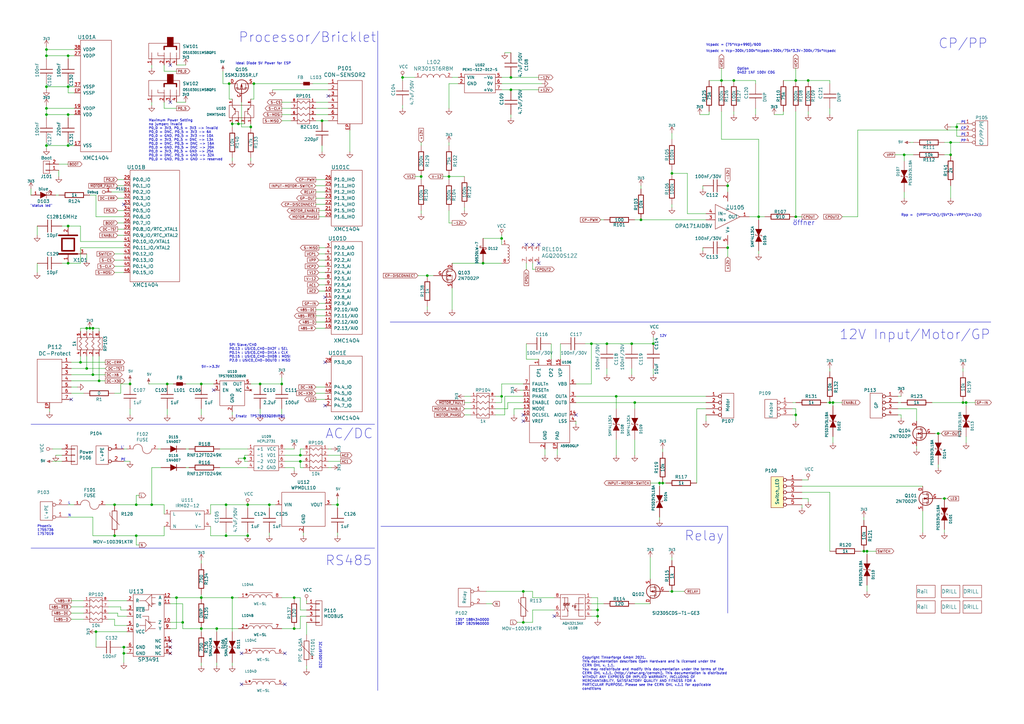
<source format=kicad_sch>
(kicad_sch (version 20230121) (generator eeschema)
  (paper "A3")
  (title_block (title "EVSE Bricklet") (date "2023-01-20") (rev "2.0.6") (company "Tinkerforge GmbH") (comment 1 "Licensed under CERN OHL v.1.1") (comment 2 "Copyright (©) 2021, B.Nordmeyer <bastian@tinkerforge.com>"))
  (junction (at 172.72 72.39))
  (junction (at 19.05 59.69))
  (junction (at 209.55 31.75))
  (junction (at 275.59 71.12))
  (junction (at 101.6 219.71))
  (junction (at 93.98 34.29))
  (junction (at 326.39 88.9))
  (junction (at 120.65 257.81))
  (junction (at 27.94 59.69))
  (junction (at 370.84 63.5))
  (junction (at 311.15 88.9))
  (junction (at 27.94 22.86))
  (junction (at 300.99 33.02))
  (junction (at 35.56 134.62))
  (junction (at 242.57 140.97))
  (junction (at 27.94 92.71))
  (junction (at 132.08 49.53))
  (junction (at 355.6 226.06))
  (junction (at 82.55 245.11))
  (junction (at 271.78 198.12))
  (junction (at 95.25 245.11))
  (junction (at 19.05 20.32))
  (junction (at 55.88 207.01))
  (junction (at 209.55 36.83))
  (junction (at 101.6 207.01))
  (junction (at 295.91 33.02))
  (junction (at 62.23 207.01))
  (junction (at 165.1 31.75))
  (junction (at 19.05 44.45))
  (junction (at 354.33 226.06))
  (junction (at 123.19 186.69))
  (junction (at 340.36 165.1))
  (junction (at 262.89 90.17))
  (junction (at 39.37 259.08))
  (junction (at 270.51 198.12))
  (junction (at 38.1 153.67))
  (junction (at 387.35 204.47))
  (junction (at 198.12 107.95))
  (junction (at 19.05 35.56))
  (junction (at 46.99 219.71))
  (junction (at 252.73 162.56))
  (junction (at 115.57 157.48))
  (junction (at 19.05 22.86))
  (junction (at 46.99 207.01))
  (junction (at 248.92 140.97))
  (junction (at 184.15 72.39))
  (junction (at 389.89 63.5))
  (junction (at 260.35 165.1))
  (junction (at 100.33 187.96))
  (junction (at 68.58 157.48))
  (junction (at 33.02 148.59))
  (junction (at 326.39 33.02))
  (junction (at 245.11 250.19))
  (junction (at 392.43 52.07))
  (junction (at 298.45 76.2))
  (junction (at 104.14 34.29))
  (junction (at 341.63 165.1))
  (junction (at 267.97 140.97))
  (junction (at 72.39 245.11))
  (junction (at 36.83 134.62))
  (junction (at 331.47 33.02))
  (junction (at 92.71 219.71))
  (junction (at 27.94 46.99))
  (junction (at 389.89 58.42))
  (junction (at 92.71 207.01))
  (junction (at 55.88 219.71))
  (junction (at 53.34 157.48))
  (junction (at 326.39 170.18))
  (junction (at 38.1 134.62))
  (junction (at 175.26 113.03))
  (junction (at 74.93 255.27))
  (junction (at 35.56 151.13))
  (junction (at 88.9 257.81))
  (junction (at 384.81 177.8))
  (junction (at 97.79 50.8))
  (junction (at 27.94 35.56))
  (junction (at 95.25 50.8))
  (junction (at 205.74 97.79))
  (junction (at 40.64 156.21))
  (junction (at 82.55 157.48))
  (junction (at 82.55 257.81))
  (junction (at 50.8 265.43))
  (junction (at 50.8 267.97))
  (junction (at 214.63 255.27))
  (junction (at 102.87 52.07))
  (junction (at 19.05 46.99))
  (junction (at 396.24 165.1))
  (junction (at 245.11 252.73))
  (junction (at 275.59 242.57))
  (junction (at 259.08 140.97))
  (junction (at 110.49 207.01))
  (junction (at 394.97 165.1))
  (junction (at 205.74 162.56))
  (junction (at 27.94 107.95))
  (junction (at 123.19 189.23))
  (junction (at 120.65 245.11))
  (junction (at 298.45 101.6))
  (junction (at 214.63 242.57))
  (junction (at 106.68 157.48))
  (junction (at 138.43 207.01))
  (no_connect (at 133.35 148.59))
  (no_connect (at 236.22 170.18))
  (no_connect (at 69.85 41.91))
  (no_connect (at 87.63 160.02))
  (no_connect (at 50.8 83.82))
  (no_connect (at 214.63 172.72))
  (no_connect (at 99.06 267.97))
  (no_connect (at 29.21 163.83))
  (no_connect (at 116.84 280.67))
  (no_connect (at 227.33 252.73))
  (no_connect (at 134.62 39.37))
  (no_connect (at 218.44 100.33))
  (no_connect (at 99.06 280.67))
  (no_connect (at 69.85 265.43))
  (no_connect (at 116.84 267.97))
  (no_connect (at 214.63 170.18))
  (no_connect (at 220.98 100.33))
  (no_connect (at 69.85 26.67))
  (no_connect (at 69.85 262.89))
  (no_connect (at 215.9 100.33))
  (no_connect (at 69.85 267.97))
  (no_connect (at 220.98 107.95))
  (no_connect (at 133.35 166.37))
  (no_connect (at 133.35 121.92))
  (polyline (pts (xy 153.67 173.99) (xy 12.7 173.99)))
  (wire (pts (xy 35.56 151.13) (xy 43.18 151.13)))
  (wire (pts (xy 27.94 46.99) (xy 30.48 46.99)))
  (wire (pts (xy 309.88 46.99) (xy 309.88 44.45)))
  (wire (pts (xy 223.52 186.69) (xy 223.52 184.15)))
  (wire (pts (xy 326.39 33.02) (xy 331.47 33.02)))
  (wire (pts (xy 48.26 251.46) (xy 44.45 251.46)))
  (wire (pts (xy 133.35 114.3) (xy 130.81 114.3)))
  (wire (pts (xy 19.05 34.29) (xy 19.05 35.56)))
  (wire (pts (xy 368.3 167.64) (xy 375.92 167.64)))
  (wire (pts (xy 242.57 252.73) (xy 245.11 252.73)))
  (wire (pts (xy 218.44 255.27) (xy 218.44 250.19)))
  (wire (pts (xy 134.62 46.99) (xy 129.54 46.99)))
  (wire (pts (xy 55.88 203.2) (xy 57.15 203.2)))
  (wire (pts (xy 132.08 59.69) (xy 132.08 62.23)))
  (wire (pts (xy 95.25 52.07) (xy 95.25 50.8)))
  (wire (pts (xy 110.49 208.28) (xy 110.49 207.01)))
  (wire (pts (xy 55.88 219.71) (xy 46.99 219.71)))
  (wire (pts (xy 101.6 191.77) (xy 90.17 191.77)))
  (wire (pts (xy 40.64 134.62) (xy 40.64 135.89)))
  (wire (pts (xy 71.12 157.48) (xy 68.58 157.48)))
  (wire (pts (xy 104.14 34.29) (xy 123.19 34.29)))
  (wire (pts (xy 33.02 135.89) (xy 33.02 134.62)))
  (wire (pts (xy 175.26 127) (xy 175.26 125.73)))
  (wire (pts (xy 203.2 165.1) (xy 205.74 165.1)))
  (wire (pts (xy 50.8 189.23) (xy 53.34 189.23)))
  (wire (pts (xy 129.54 81.28) (xy 133.35 81.28)))
  (wire (pts (xy 115.57 154.94) (xy 115.57 157.48)))
  (wire (pts (xy 267.97 140.97) (xy 267.97 138.43)))
  (wire (pts (xy 50.8 267.97) (xy 50.8 271.78)))
  (wire (pts (xy 181.61 72.39) (xy 184.15 72.39)))
  (wire (pts (xy 311.15 88.9) (xy 311.15 90.17)))
  (wire (pts (xy 86.36 219.71) (xy 92.71 219.71)))
  (wire (pts (xy 340.36 33.02) (xy 340.36 34.29)))
  (wire (pts (xy 48.26 91.44) (xy 50.8 91.44)))
  (wire (pts (xy 19.05 22.86) (xy 27.94 22.86)))
  (wire (pts (xy 69.85 255.27) (xy 74.93 255.27)))
  (wire (pts (xy 205.74 97.79) (xy 205.74 96.52)))
  (wire (pts (xy 49.53 157.48) (xy 53.34 157.48)))
  (wire (pts (xy 236.22 157.48) (xy 242.57 157.48)))
  (wire (pts (xy 102.87 40.64) (xy 104.14 40.64)))
  (wire (pts (xy 52.07 267.97) (xy 50.8 267.97)))
  (wire (pts (xy 165.1 31.75) (xy 170.18 31.75)))
  (wire (pts (xy 190.5 162.56) (xy 193.04 162.56)))
  (wire (pts (xy 67.31 41.91) (xy 67.31 44.45)))
  (wire (pts (xy 100.33 187.96) (xy 97.79 187.96)))
  (wire (pts (xy 326.39 45.72) (xy 326.39 88.9)))
  (wire (pts (xy 325.12 170.18) (xy 326.39 170.18)))
  (wire (pts (xy 328.93 204.47) (xy 331.47 204.47)))
  (wire (pts (xy 289.56 172.72) (xy 289.56 170.18)))
  (wire (pts (xy 288.29 77.47) (xy 288.29 76.2)))
  (wire (pts (xy 40.64 156.21) (xy 29.21 156.21)))
  (wire (pts (xy 19.05 35.56) (xy 19.05 36.83)))
  (wire (pts (xy 55.88 207.01) (xy 55.88 203.2)))
  (wire (pts (xy 203.2 170.18) (xy 207.01 170.18)))
  (wire (pts (xy 298.45 74.93) (xy 298.45 76.2)))
  (wire (pts (xy 19.05 58.42) (xy 19.05 59.69)))
  (wire (pts (xy 130.81 119.38) (xy 133.35 119.38)))
  (wire (pts (xy 27.94 207.01) (xy 30.48 207.01)))
  (wire (pts (xy 35.56 146.05) (xy 35.56 151.13)))
  (wire (pts (xy 48.26 96.52) (xy 50.8 96.52)))
  (wire (pts (xy 341.63 166.37) (xy 341.63 165.1)))
  (wire (pts (xy 100.33 186.69) (xy 100.33 187.96)))
  (wire (pts (xy 143.51 53.34) (xy 143.51 62.23)))
  (wire (pts (xy 129.54 158.75) (xy 133.35 158.75)))
  (wire (pts (xy 229.87 147.32) (xy 229.87 140.97)))
  (wire (pts (xy 69.85 247.65) (xy 74.93 247.65)))
  (wire (pts (xy 396.24 166.37) (xy 396.24 165.1)))
  (wire (pts (xy 392.43 52.07) (xy 389.89 52.07)))
  (wire (pts (xy 205.74 100.33) (xy 205.74 97.79)))
  (wire (pts (xy 325.12 165.1) (xy 326.39 165.1)))
  (wire (pts (xy 77.47 191.77) (xy 76.2 191.77)))
  (wire (pts (xy 207.01 162.56) (xy 214.63 162.56)))
  (wire (pts (xy 27.94 46.99) (xy 27.94 48.26)))
  (wire (pts (xy 38.1 219.71) (xy 46.99 219.71)))
  (wire (pts (xy 48.26 73.66) (xy 50.8 73.66)))
  (wire (pts (xy 135.89 207.01) (xy 138.43 207.01)))
  (wire (pts (xy 38.1 135.89) (xy 38.1 134.62)))
  (wire (pts (xy 213.36 160.02) (xy 214.63 160.02)))
  (wire (pts (xy 33.02 148.59) (xy 33.02 146.05)))
  (wire (pts (xy 125.73 255.27) (xy 125.73 260.35)))
  (polyline (pts (xy 153.67 224.79) (xy 12.7 224.79)))
  (wire (pts (xy 19.05 43.18) (xy 19.05 44.45)))
  (wire (pts (xy 129.54 127) (xy 133.35 127)))
  (wire (pts (xy 72.39 41.91) (xy 76.2 41.91)))
  (wire (pts (xy 190.5 165.1) (xy 193.04 165.1)))
  (wire (pts (xy 25.4 92.71) (xy 27.94 92.71)))
  (wire (pts (xy 184.15 72.39) (xy 190.5 72.39)))
  (wire (pts (xy 289.56 90.17) (xy 262.89 90.17)))
  (wire (pts (xy 354.33 226.06) (xy 355.6 226.06)))
  (wire (pts (xy 123.19 186.69) (xy 124.46 186.69)))
  (wire (pts (xy 227.33 245.11) (xy 218.44 245.11)))
  (wire (pts (xy 242.57 140.97) (xy 248.92 140.97)))
  (wire (pts (xy 386.08 204.47) (xy 387.35 204.47)))
  (wire (pts (xy 38.1 134.62) (xy 36.83 134.62)))
  (wire (pts (xy 331.47 204.47) (xy 331.47 205.74)))
  (wire (pts (xy 209.55 31.75) (xy 205.74 31.75)))
  (wire (pts (xy 355.6 226.06) (xy 359.41 226.06)))
  (wire (pts (xy 134.62 191.77) (xy 135.89 191.77)))
  (wire (pts (xy 389.89 58.42) (xy 389.89 63.5)))
  (wire (pts (xy 259.08 140.97) (xy 267.97 140.97)))
  (wire (pts (xy 138.43 207.01) (xy 138.43 204.47)))
  (wire (pts (xy 33.02 99.06) (xy 50.8 99.06)))
  (wire (pts (xy 120.65 191.77) (xy 120.65 193.04)))
  (wire (pts (xy 184.15 73.66) (xy 184.15 72.39)))
  (wire (pts (xy 242.57 250.19) (xy 245.11 250.19)))
  (wire (pts (xy 383.54 177.8) (xy 384.81 177.8)))
  (wire (pts (xy 389.89 58.42) (xy 393.7 58.42)))
  (wire (pts (xy 119.38 49.53) (xy 115.57 49.53)))
  (wire (pts (xy 133.35 86.36) (xy 130.81 86.36)))
  (wire (pts (xy 27.94 35.56) (xy 27.94 38.1)))
  (wire (pts (xy 392.43 52.07) (xy 392.43 55.88)))
  (wire (pts (xy 275.59 229.87) (xy 275.59 228.6)))
  (wire (pts (xy 62.23 43.18) (xy 62.23 41.91)))
  (wire (pts (xy 205.74 165.1) (xy 205.74 162.56)))
  (wire (pts (xy 29.21 151.13) (xy 35.56 151.13)))
  (wire (pts (xy 82.55 257.81) (xy 88.9 257.81)))
  (wire (pts (xy 82.55 259.08) (xy 82.55 257.81)))
  (wire (pts (xy 309.88 33.02) (xy 300.99 33.02)))
  (wire (pts (xy 74.93 255.27) (xy 74.93 257.81)))
  (wire (pts (xy 226.06 147.32) (xy 226.06 140.97)))
  (wire (pts (xy 104.14 40.64) (xy 104.14 34.29)))
  (wire (pts (xy 246.38 90.17) (xy 247.65 90.17)))
  (wire (pts (xy 242.57 157.48) (xy 242.57 140.97)))
  (wire (pts (xy 64.77 184.15) (xy 66.04 184.15)))
  (wire (pts (xy 38.1 134.62) (xy 40.64 134.62)))
  (wire (pts (xy 260.35 167.64) (xy 260.35 165.1)))
  (wire (pts (xy 133.35 161.29) (xy 129.54 161.29)))
  (wire (pts (xy 218.44 107.95) (xy 218.44 110.49)))
  (wire (pts (xy 288.29 102.87) (xy 288.29 101.6)))
  (wire (pts (xy 46.99 256.54) (xy 46.99 254)))
  (wire (pts (xy 368.3 170.18) (xy 369.57 170.18)))
  (wire (pts (xy 389.89 63.5) (xy 387.35 63.5)))
  (wire (pts (xy 27.94 22.86) (xy 30.48 22.86)))
  (wire (pts (xy 29.21 161.29) (xy 34.29 161.29)))
  (wire (pts (xy 210.82 167.64) (xy 210.82 170.18)))
  (wire (pts (xy 129.54 44.45) (xy 134.62 44.45)))
  (wire (pts (xy 394.97 152.4) (xy 394.97 151.13)))
  (wire (pts (xy 123.19 252.73) (xy 125.73 252.73)))
  (wire (pts (xy 351.79 53.34) (xy 351.79 88.9)))
  (wire (pts (xy 67.31 26.67) (xy 67.31 29.21)))
  (wire (pts (xy 55.88 219.71) (xy 67.31 219.71)))
  (wire (pts (xy 199.39 247.65) (xy 201.93 247.65)))
  (wire (pts (xy 205.74 97.79) (xy 198.12 97.79)))
  (wire (pts (xy 340.36 46.99) (xy 340.36 44.45)))
  (wire (pts (xy 252.73 162.56) (xy 289.56 162.56)))
  (wire (pts (xy 133.35 88.9) (xy 130.81 88.9)))
  (wire (pts (xy 125.73 274.32) (xy 125.73 273.05)))
  (wire (pts (xy 172.72 87.63) (xy 172.72 86.36)))
  (wire (pts (xy 134.62 36.83) (xy 111.76 36.83)))
  (wire (pts (xy 133.35 83.82) (xy 129.54 83.82)))
  (wire (pts (xy 67.31 207.01) (xy 67.31 210.82)))
  (wire (pts (xy 29.21 148.59) (xy 33.02 148.59)))
  (wire (pts (xy 123.19 257.81) (xy 123.19 252.73)))
  (wire (pts (xy 341.63 179.07) (xy 341.63 181.61)))
  (wire (pts (xy 115.57 245.11) (xy 120.65 245.11)))
  (wire (pts (xy 165.1 44.45) (xy 165.1 43.18)))
  (wire (pts (xy 267.97 153.67) (xy 267.97 151.13)))
  (wire (pts (xy 378.46 209.55) (xy 378.46 218.44)))
  (wire (pts (xy 384.81 191.77) (xy 384.81 190.5)))
  (wire (pts (xy 370.84 63.5) (xy 370.84 66.04)))
  (wire (pts (xy 50.8 265.43) (xy 52.07 265.43)))
  (wire (pts (xy 24.13 72.39) (xy 24.13 69.85)))
  (wire (pts (xy 252.73 186.69) (xy 252.73 180.34)))
  (wire (pts (xy 215.9 147.32) (xy 215.9 140.97)))
  (wire (pts (xy 331.47 33.02) (xy 340.36 33.02)))
  (wire (pts (xy 88.9 257.81) (xy 88.9 259.08)))
  (wire (pts (xy 133.35 76.2) (xy 129.54 76.2)))
  (wire (pts (xy 185.42 118.11) (xy 185.42 127)))
  (wire (pts (xy 207.01 21.59) (xy 209.55 21.59)))
  (wire (pts (xy 50.8 111.76) (xy 46.99 111.76)))
  (wire (pts (xy 259.08 153.67) (xy 259.08 151.13)))
  (wire (pts (xy 50.8 106.68) (xy 46.99 106.68)))
  (wire (pts (xy 15.24 96.52) (xy 15.24 92.71)))
  (wire (pts (xy 67.31 29.21) (xy 72.39 29.21)))
  (wire (pts (xy 290.83 46.99) (xy 290.83 45.72)))
  (wire (pts (xy 262.89 90.17) (xy 260.35 90.17)))
  (wire (pts (xy 369.57 171.45) (xy 369.57 170.18)))
  (wire (pts (xy 124.46 191.77) (xy 123.19 191.77)))
  (wire (pts (xy 27.94 38.1) (xy 30.48 38.1)))
  (wire (pts (xy 95.25 245.11) (xy 95.25 259.08)))
  (polyline (pts (xy 156.21 215.9) (xy 298.45 215.9)))
  (wire (pts (xy 214.63 255.27) (xy 218.44 255.27)))
  (wire (pts (xy 328.93 196.85) (xy 331.47 196.85)))
  (wire (pts (xy 123.19 191.77) (xy 123.19 189.23)))
  (wire (pts (xy 172.72 73.66) (xy 172.72 72.39)))
  (wire (pts (xy 123.19 245.11) (xy 120.65 245.11)))
  (wire (pts (xy 40.64 146.05) (xy 40.64 156.21)))
  (wire (pts (xy 62.23 191.77) (xy 66.04 191.77)))
  (wire (pts (xy 39.37 88.9) (xy 39.37 80.01)))
  (wire (pts (xy 260.35 186.69) (xy 260.35 180.34)))
  (wire (pts (xy 285.75 198.12) (xy 285.75 167.64)))
  (wire (pts (xy 184.15 86.36) (xy 184.15 91.44)))
  (wire (pts (xy 280.67 242.57) (xy 275.59 242.57)))
  (wire (pts (xy 187.96 34.29) (xy 184.15 34.29)))
  (wire (pts (xy 116.84 184.15) (xy 120.65 184.15)))
  (wire (pts (xy 119.38 44.45) (xy 115.57 44.45)))
  (wire (pts (xy 214.63 165.1) (xy 208.28 165.1)))
  (wire (pts (xy 123.19 184.15) (xy 123.19 186.69)))
  (wire (pts (xy 101.6 207.01) (xy 110.49 207.01)))
  (wire (pts (xy 275.59 54.61) (xy 275.59 57.15)))
  (wire (pts (xy 27.94 34.29) (xy 27.94 35.56)))
  (wire (pts (xy 40.64 156.21) (xy 43.18 156.21)))
  (wire (pts (xy 19.05 59.69) (xy 19.05 60.96)))
  (wire (pts (xy 27.94 67.31) (xy 24.13 67.31)))
  (wire (pts (xy 236.22 162.56) (xy 252.73 162.56)))
  (wire (pts (xy 134.62 186.69) (xy 139.7 186.69)))
  (wire (pts (xy 208.28 165.1) (xy 208.28 167.64)))
  (wire (pts (xy 52.07 250.19) (xy 49.53 250.19)))
  (wire (pts (xy 27.94 22.86) (xy 27.94 24.13)))
  (wire (pts (xy 50.8 78.74) (xy 45.72 78.74)))
  (wire (pts (xy 208.28 167.64) (xy 203.2 167.64)))
  (wire (pts (xy 124.46 184.15) (xy 123.19 184.15)))
  (wire (pts (xy 101.6 219.71) (xy 101.6 218.44)))
  (wire (pts (xy 129.54 132.08) (xy 133.35 132.08)))
  (wire (pts (xy 69.85 257.81) (xy 72.39 257.81)))
  (wire (pts (xy 218.44 245.11) (xy 218.44 242.57)))
  (wire (pts (xy 209.55 48.26) (xy 209.55 46.99)))
  (wire (pts (xy 326.39 88.9) (xy 328.93 88.9)))
  (wire (pts (xy 321.31 46.99) (xy 321.31 45.72)))
  (wire (pts (xy 50.8 184.15) (xy 52.07 184.15)))
  (wire (pts (xy 55.88 223.52) (xy 57.15 223.52)))
  (wire (pts (xy 139.7 189.23) (xy 134.62 189.23)))
  (wire (pts (xy 82.55 245.11) (xy 82.55 243.84)))
  (wire (pts (xy 340.36 165.1) (xy 341.63 165.1)))
  (wire (pts (xy 193.04 167.64) (xy 190.5 167.64)))
  (wire (pts (xy 218.44 110.49) (xy 219.71 110.49)))
  (wire (pts (xy 67.31 215.9) (xy 67.31 219.71)))
  (wire (pts (xy 198.12 107.95) (xy 185.42 107.95)))
  (wire (pts (xy 374.65 63.5) (xy 370.84 63.5)))
  (wire (pts (xy 298.45 78.74) (xy 298.45 76.2)))
  (wire (pts (xy 92.71 207.01) (xy 86.36 207.01)))
  (wire (pts (xy 393.7 55.88) (xy 392.43 55.88)))
  (wire (pts (xy 82.55 157.48) (xy 87.63 157.48)))
  (wire (pts (xy 62.23 27.94) (xy 62.23 26.67)))
  (wire (pts (xy 355.6 240.03) (xy 355.6 242.57)))
  (wire (pts (xy 27.94 59.69) (xy 27.94 58.42)))
  (wire (pts (xy 325.12 167.64) (xy 326.39 167.64)))
  (wire (pts (xy 115.57 170.18) (xy 115.57 167.64)))
  (wire (pts (xy 62.23 207.01) (xy 67.31 207.01)))
  (wire (pts (xy 35.56 106.68) (xy 35.56 104.14)))
  (wire (pts (xy 339.09 165.1) (xy 340.36 165.1)))
  (wire (pts (xy 311.15 57.15) (xy 295.91 57.15)))
  (wire (pts (xy 245.11 250.19) (xy 245.11 245.11)))
  (wire (pts (xy 260.35 165.1) (xy 289.56 165.1)))
  (wire (pts (xy 184.15 34.29) (xy 184.15 44.45)))
  (wire (pts (xy 19.05 19.05) (xy 19.05 20.32)))
  (wire (pts (xy 27.94 59.69) (xy 30.48 59.69)))
  (wire (pts (xy 382.27 165.1) (xy 394.97 165.1)))
  (polyline (pts (xy 298.45 215.9) (xy 298.45 251.46)))
  (wire (pts (xy 184.15 59.69) (xy 184.15 58.42)))
  (wire (pts (xy 133.35 111.76) (xy 130.81 111.76)))
  (wire (pts (xy 285.75 167.64) (xy 289.56 167.64)))
  (wire (pts (xy 30.48 20.32) (xy 19.05 20.32)))
  (wire (pts (xy 116.84 191.77) (xy 120.65 191.77)))
  (wire (pts (xy 27.94 212.09) (xy 38.1 212.09)))
  (wire (pts (xy 133.35 116.84) (xy 130.81 116.84)))
  (wire (pts (xy 207.01 162.56) (xy 207.01 170.18)))
  (wire (pts (xy 92.71 208.28) (xy 92.71 207.01)))
  (wire (pts (xy 43.18 207.01) (xy 46.99 207.01)))
  (wire (pts (xy 92.71 219.71) (xy 101.6 219.71)))
  (wire (pts (xy 393.7 53.34) (xy 351.79 53.34)))
  (wire (pts (xy 82.55 245.11) (xy 95.25 245.11)))
  (wire (pts (xy 100.33 189.23) (xy 101.6 189.23)))
  (wire (pts (xy 101.6 -7.62) (xy 110.49 -7.62)))
  (wire (pts (xy 353.06 226.06) (xy 354.33 226.06)))
  (wire (pts (xy 270.51 198.12) (xy 266.7 198.12)))
  (wire (pts (xy 214.63 167.64) (xy 210.82 167.64)))
  (wire (pts (xy 106.68 157.48) (xy 115.57 157.48)))
  (wire (pts (xy 97.79 50.8) (xy 95.25 50.8)))
  (wire (pts (xy 102.87 66.04) (xy 102.87 64.77)))
  (wire (pts (xy 331.47 46.99) (xy 331.47 45.72)))
  (wire (pts (xy 48.26 81.28) (xy 50.8 81.28)))
  (wire (pts (xy 190.5 170.18) (xy 193.04 170.18)))
  (wire (pts (xy 290.83 33.02) (xy 295.91 33.02)))
  (wire (pts (xy 19.05 22.86) (xy 19.05 24.13)))
  (wire (pts (xy 95.25 170.18) (xy 95.25 168.91)))
  (wire (pts (xy 375.92 167.64) (xy 375.92 172.72)))
  (wire (pts (xy 99.06 52.07) (xy 99.06 41.91)))
  (wire (pts (xy 373.38 58.42) (xy 374.65 58.42)))
  (wire (pts (xy 91.44 34.29) (xy 91.44 29.21)))
  (wire (pts (xy 165.1 31.75) (xy 165.1 33.02)))
  (wire (pts (xy 134.62 184.15) (xy 135.89 184.15)))
  (wire (pts (xy 396.24 179.07) (xy 396.24 181.61)))
  (wire (pts (xy 49.53 161.29) (xy 49.53 157.48)))
  (wire (pts (xy 270.51 213.36) (xy 270.51 212.09)))
  (wire (pts (xy 49.53 250.19) (xy 49.53 248.92)))
  (wire (pts (xy 326.39 167.64) (xy 326.39 170.18)))
  (wire (pts (xy 298.45 105.41) (xy 298.45 101.6)))
  (wire (pts (xy 86.36 207.01) (xy 86.36 210.82)))
  (wire (pts (xy 340.36 201.93) (xy 340.36 226.06)))
  (wire (pts (xy 242.57 245.11) (xy 245.11 245.11)))
  (wire (pts (xy 53.34 167.64) (xy 53.34 170.18)))
  (wire (pts (xy 19.05 59.69) (xy 27.94 59.69)))
  (wire (pts (xy 76.2 184.15) (xy 77.47 184.15)))
  (wire (pts (xy 340.36 152.4) (xy 340.36 151.13)))
  (wire (pts (xy 387.35 218.44) (xy 387.35 217.17)))
  (wire (pts (xy 281.94 71.12) (xy 281.94 87.63)))
  (wire (pts (xy 375.92 184.15) (xy 375.92 182.88)))
  (wire (pts (xy 270.51 199.39) (xy 270.51 198.12)))
  (wire (pts (xy 74.93 247.65) (xy 74.93 255.27)))
  (wire (pts (xy 95.25 245.11) (xy 97.79 245.11)))
  (wire (pts (xy 39.37 80.01) (xy 36.83 80.01)))
  (wire (pts (xy 242.57 140.97) (xy 240.03 140.97)))
  (wire (pts (xy 67.31 44.45) (xy 72.39 44.45)))
  (wire (pts (xy 205.74 157.48) (xy 214.63 157.48)))
  (wire (pts (xy 214.63 255.27) (xy 212.09 255.27)))
  (wire (pts (xy 102.87 157.48) (xy 106.68 157.48)))
  (wire (pts (xy 138.43 219.71) (xy 138.43 218.44)))
  (wire (pts (xy 38.1 146.05) (xy 38.1 153.67)))
  (wire (pts (xy 133.35 101.6) (xy 130.81 101.6)))
  (wire (pts (xy 317.5 46.99) (xy 321.31 46.99)))
  (wire (pts (xy 52.07 252.73) (xy 48.26 252.73)))
  (wire (pts (xy 205.74 107.95) (xy 198.12 107.95)))
  (wire (pts (xy 309.88 34.29) (xy 309.88 33.02)))
  (wire (pts (xy 266.7 228.6) (xy 266.7 237.49)))
  (wire (pts (xy 50.8 109.22) (xy 46.99 109.22)))
  (wire (pts (xy 354.33 213.36) (xy 354.33 212.09)))
  (wire (pts (xy 133.35 73.66) (xy 129.54 73.66)))
  (wire (pts (xy 124.46 219.71) (xy 124.46 218.44)))
  (wire (pts (xy 72.39 26.67) (xy 76.2 26.67)))
  (wire (pts (xy 34.29 248.92) (xy 29.21 248.92)))
  (wire (pts (xy 29.21 153.67) (xy 38.1 153.67)))
  (wire (pts (xy 33.02 107.95) (xy 33.02 101.6)))
  (wire (pts (xy 275.59 242.57) (xy 274.32 242.57)))
  (wire (pts (xy 252.73 167.64) (xy 252.73 162.56)))
  (wire (pts (xy 82.55 231.14) (xy 82.55 229.87)))
  (wire (pts (xy 248.92 153.67) (xy 248.92 151.13)))
  (wire (pts (xy 392.43 50.8) (xy 393.7 50.8)))
  (wire (pts (xy 35.56 134.62) (xy 36.83 134.62)))
  (wire (pts (xy 184.15 91.44) (xy 185.42 91.44)))
  (wire (pts (xy 355.6 227.33) (xy 355.6 226.06)))
  (wire (pts (xy 30.48 35.56) (xy 27.94 35.56)))
  (wire (pts (xy 30.48 44.45) (xy 19.05 44.45)))
  (wire (pts (xy 275.59 69.85) (xy 275.59 71.12)))
  (wire (pts (xy 50.8 86.36) (xy 48.26 86.36)))
  (wire (pts (xy 39.37 259.08) (xy 52.07 259.08)))
  (wire (pts (xy 248.92 140.97) (xy 259.08 140.97)))
  (wire (pts (xy 46.99 161.29) (xy 49.53 161.29)))
  (wire (pts (xy 55.88 219.71) (xy 55.88 223.52)))
  (wire (pts (xy 115.57 257.81) (xy 120.65 257.81)))
  (wire (pts (xy 389.89 81.28) (xy 389.89 76.2)))
  (wire (pts (xy 55.88 207.01) (xy 62.23 207.01)))
  (wire (pts (xy 46.99 207.01) (xy 55.88 207.01)))
  (wire (pts (xy 311.15 104.14) (xy 311.15 102.87)))
  (wire (pts (xy 19.05 46.99) (xy 27.94 46.99)))
  (wire (pts (xy 387.35 204.47) (xy 388.62 204.47)))
  (wire (pts (xy 311.15 88.9) (xy 313.69 88.9)))
  (wire (pts (xy 370.84 78.74) (xy 370.84 81.28)))
  (wire (pts (xy 25.4 186.69) (xy 22.86 186.69)))
  (wire (pts (xy 295.91 27.94) (xy 295.91 33.02)))
  (wire (pts (xy 21.59 189.23) (xy 25.4 189.23)))
  (wire (pts (xy 27.94 107.95) (xy 33.02 107.95)))
  (wire (pts (xy 93.98 34.29) (xy 93.98 40.64)))
  (wire (pts (xy 100.33 187.96) (xy 100.33 189.23)))
  (wire (pts (xy 220.98 147.32) (xy 215.9 147.32)))
  (wire (pts (xy 222.25 34.29) (xy 205.74 34.29)))
  (wire (pts (xy 39.37 265.43) (xy 39.37 259.08)))
  (wire (pts (xy 110.49 207.01) (xy 113.03 207.01)))
  (wire (pts (xy 49.53 248.92) (xy 44.45 248.92)))
  (wire (pts (xy 33.02 101.6) (xy 50.8 101.6)))
  (wire (pts (xy 19.05 46.99) (xy 19.05 48.26)))
  (wire (pts (xy 20.32 168.91) (xy 20.32 167.64)))
  (wire (pts (xy 271.78 185.42) (xy 271.78 184.15)))
  (polyline (pts (xy 160.02 132.08) (xy 406.4 132.08)))
  (wire (pts (xy 33.02 148.59) (xy 43.18 148.59)))
  (wire (pts (xy 46.99 254) (xy 44.45 254)))
  (wire (pts (xy 60.96 157.48) (xy 68.58 157.48)))
  (wire (pts (xy 33.02 134.62) (xy 35.56 134.62)))
  (wire (pts (xy 102.87 52.07) (xy 99.06 52.07)))
  (wire (pts (xy 130.81 124.46) (xy 133.35 124.46)))
  (wire (pts (xy 328.93 208.28) (xy 328.93 207.01)))
  (wire (pts (xy 27.94 35.56) (xy 19.05 35.56)))
  (wire (pts (xy 19.05 20.32) (xy 19.05 22.86)))
  (wire (pts (xy 130.81 106.68) (xy 133.35 106.68)))
  (wire (pts (xy 129.54 163.83) (xy 133.35 163.83)))
  (wire (pts (xy 298.45 100.33) (xy 298.45 101.6)))
  (wire (pts (xy 123.19 189.23) (xy 124.46 189.23)))
  (wire (pts (xy 123.19 250.19) (xy 123.19 245.11)))
  (wire (pts (xy 106.68 167.64) (xy 106.68 170.18)))
  (wire (pts (xy 203.2 162.56) (xy 205.74 162.56)))
  (wire (pts (xy 311.15 88.9) (xy 311.15 57.15)))
  (wire (pts (xy 300.99 46.99) (xy 300.99 45.72)))
  (wire (pts (xy 242.57 247.65) (xy 247.65 247.65)))
  (wire (pts (xy 48.26 93.98) (xy 50.8 93.98)))
  (wire (pts (xy 116.84 189.23) (xy 123.19 189.23)))
  (wire (pts (xy 287.02 46.99) (xy 290.83 46.99)))
  (wire (pts (xy 29.21 158.75) (xy 31.75 158.75)))
  (wire (pts (xy 46.99 104.14) (xy 50.8 104.14)))
  (wire (pts (xy 133.35 129.54) (xy 129.54 129.54)))
  (wire (pts (xy 275.59 85.09) (xy 275.59 83.82)))
  (wire (pts (xy 275.59 71.12) (xy 281.94 71.12)))
  (wire (pts (xy 100.33 50.8) (xy 97.79 50.8)))
  (wire (pts (xy 394.97 165.1) (xy 396.24 165.1)))
  (wire (pts (xy 82.55 170.18) (xy 82.55 167.64)))
  (wire (pts (xy 271.78 198.12) (xy 270.51 198.12)))
  (wire (pts (xy 72.39 245.11) (xy 82.55 245.11)))
  (wire (pts (xy 262.89 77.47) (xy 262.89 76.2)))
  (wire (pts (xy 129.54 49.53) (xy 132.08 49.53)))
  (wire (pts (xy 125.73 247.65) (xy 125.73 246.38)))
  (wire (pts (xy 396.24 165.1) (xy 400.05 165.1)))
  (wire (pts (xy 134.62 34.29) (xy 128.27 34.29)))
  (wire (pts (xy 39.37 88.9) (xy 50.8 88.9)))
  (wire (pts (xy 116.84 186.69) (xy 123.19 186.69)))
  (wire (pts (xy 133.35 104.14) (xy 130.81 104.14)))
  (wire (pts (xy 76.2 157.48) (xy 82.55 157.48)))
  (wire (pts (xy 236.22 165.1) (xy 260.35 165.1)))
  (wire (pts (xy 351.79 88.9) (xy 345.44 88.9)))
  (wire (pts (xy 88.9 273.05) (xy 88.9 271.78)))
  (wire (pts (xy 101.6 -11.43) (xy 101.6 -7.62)))
  (wire (pts (xy 175.26 113.03) (xy 177.8 113.03)))
  (wire (pts (xy 185.42 31.75) (xy 187.96 31.75)))
  (wire (pts (xy 386.08 177.8) (xy 384.81 177.8)))
  (wire (pts (xy 133.35 109.22) (xy 130.81 109.22)))
  (wire (pts (xy 120.65 257.81) (xy 123.19 257.81)))
  (wire (pts (xy 21.59 184.15) (xy 25.4 184.15)))
  (polyline (pts (xy 154.94 283.21) (xy 154.94 12.7)))
  (wire (pts (xy 170.18 72.39) (xy 172.72 72.39)))
  (wire (pts (xy 101.6 186.69) (xy 100.33 186.69)))
  (wire (pts (xy 86.36 215.9) (xy 86.36 219.71)))
  (wire (pts (xy 134.62 49.53) (xy 132.08 49.53)))
  (wire (pts (xy 52.07 256.54) (xy 46.99 256.54)))
  (wire (pts (xy 92.71 219.71) (xy 92.71 218.44)))
  (wire (pts (xy 236.22 173.99) (xy 236.22 172.72)))
  (wire (pts (xy 115.57 41.91) (xy 119.38 41.91)))
  (wire (pts (xy 295.91 57.15) (xy 295.91 45.72)))
  (wire (pts (xy 110.49 219.71) (xy 110.49 218.44)))
  (wire (pts (xy 367.03 63.5) (xy 370.84 63.5)))
  (wire (pts (xy 72.39 257.81) (xy 72.39 245.11)))
  (wire (pts (xy 82.55 273.05) (xy 82.55 271.78)))
  (wire (pts (xy 218.44 250.19) (xy 227.33 250.19)))
  (wire (pts (xy 328.93 199.39) (xy 378.46 199.39)))
  (wire (pts (xy 27.94 92.71) (xy 33.02 92.71)))
  (wire (pts (xy 215.9 110.49) (xy 215.9 107.95)))
  (wire (pts (xy 33.02 92.71) (xy 33.02 99.06)))
  (wire (pts (xy 172.72 59.69) (xy 172.72 58.42)))
  (wire (pts (xy 74.93 257.81) (xy 82.55 257.81)))
  (wire (pts (xy 245.11 252.73) (xy 245.11 250.19)))
  (wire (pts (xy 95.25 66.04) (xy 95.25 64.77)))
  (wire (pts (xy 129.54 78.74) (xy 133.35 78.74)))
  (wire (pts (xy 101.6 184.15) (xy 90.17 184.15)))
  (wire (pts (xy 245.11 254) (xy 245.11 252.73)))
  (wire (pts (xy 62.23 191.77) (xy 62.23 207.01)))
  (wire (pts (xy 205.74 36.83) (xy 209.55 36.83)))
  (wire (pts (xy 281.94 87.63) (xy 289.56 87.63)))
  (wire (pts (xy 190.5 86.36) (xy 190.5 85.09)))
  (wire (pts (xy 49.53 265.43) (xy 50.8 265.43)))
  (wire (pts (xy 29.21 246.38) (xy 34.29 246.38)))
  (wire (pts (xy 91.44 34.29) (xy 93.98 34.29)))
  (wire (pts (xy 199.39 242.57) (xy 214.63 242.57)))
  (wire (pts (xy 134.62 41.91) (xy 129.54 41.91)))
  (wire (pts (xy 68.58 170.18) (xy 68.58 167.64)))
  (wire (pts (xy 326.39 170.18) (xy 326.39 172.72)))
  (wire (pts (xy 101.6 208.28) (xy 101.6 207.01)))
  (wire (pts (xy 171.45 113.03) (xy 175.26 113.03)))
  (wire (pts (xy 22.86 80.01) (xy 24.13 80.01)))
  (wire (pts (xy 328.93 201.93) (xy 340.36 201.93)))
  (wire (pts (xy 93.98 40.64) (xy 95.25 40.64)))
  (wire (pts (xy 133.35 134.62) (xy 129.54 134.62)))
  (wire (pts (xy 19.05 44.45) (xy 19.05 46.99)))
  (wire (pts (xy 341.63 165.1) (xy 345.44 165.1)))
  (wire (pts (xy 209.55 31.75) (xy 220.98 31.75)))
  (wire (pts (xy 52.07 246.38) (xy 44.45 246.38)))
  (wire (pts (xy 205.74 162.56) (xy 205.74 157.48)))
  (wire (pts (xy 321.31 33.02) (xy 326.39 33.02)))
  (wire (pts (xy 34.29 254) (xy 29.21 254)))
  (wire (pts (xy 50.8 265.43) (xy 50.8 267.97)))
  (wire (pts (xy 273.05 198.12) (xy 271.78 198.12)))
  (wire (pts (xy 48.26 76.2) (xy 50.8 76.2)))
  (wire (pts (xy 101.6 207.01) (xy 92.71 207.01)))
  (wire (pts (xy 326.39 33.02) (xy 326.39 27.94)))
  (wire (pts (xy 25.4 107.95) (xy 27.94 107.95)))
  (wire (pts (xy 220.98 36.83) (xy 209.55 36.83)))
  (wire (pts (xy 115.57 46.99) (xy 119.38 46.99)))
  (wire (pts (xy 29.21 251.46) (xy 34.29 251.46)))
  (wire (pts (xy 35.56 135.89) (xy 35.56 134.62)))
  (wire (pts (xy 48.26 252.73) (xy 48.26 251.46)))
  (wire (pts (xy 218.44 242.57) (xy 214.63 242.57)))
  (wire (pts (xy 38.1 153.67) (xy 43.18 153.67)))
  (wire (pts (xy 307.34 88.9) (xy 311.15 88.9)))
  (wire (pts (xy 368.3 165.1) (xy 369.57 165.1)))
  (wire (pts (xy 102.87 52.07) (xy 102.87 50.8)))
  (wire (pts (xy 38.1 212.09) (xy 38.1 219.71)))
  (wire (pts (xy 125.73 250.19) (xy 123.19 250.19)))
  (wire (pts (xy 95.25 273.05) (xy 95.25 271.78)))
  (wire (pts (xy 15.24 111.76) (xy 15.24 107.95)))
  (wire (pts (xy 53.34 156.21) (xy 53.34 157.48)))
  (wire (pts (xy 387.35 58.42) (xy 389.89 58.42)))
  (wire (pts (xy 295.91 33.02) (xy 300.99 33.02)))
  (wire (pts (xy 12.7 77.47) (xy 12.7 80.01)))
  (wire (pts (xy 138.43 207.01) (xy 138.43 208.28)))
  (wire (pts (xy 392.43 52.07) (xy 392.43 50.8)))
  (wire (pts (xy 228.6 186.69) (xy 228.6 184.15)))
  (wire (pts (xy 260.35 247.65) (xy 266.7 247.65)))
  (wire (pts (xy 368.3 162.56) (xy 369.57 162.56)))
  (wire (pts (xy 69.85 245.11) (xy 72.39 245.11)))
  (wire (pts (xy 88.9 257.81) (xy 97.79 257.81)))
  (text "135° 1884340000\n180° 1825960000\n" (at 186.69 256.54 0) (effects (font (size 0.9906 0.9906)) (justify left bottom)))
  (text "RS485" (at 133.35 232.41 0) (effects (font (size 3.9878 3.9878)) (justify left bottom)))
  (text "SPI Slave/CH0\nP0.13 : USIC0_CH0-DX2F : SEL\nP0.14 : USIC0_CH0-DX1A : CLK\nP0.15 : USIC0_CH0-DX0B : MOSI\nP2.0 : USIC0_CH0-DOUT0 : MISO" (at 93.98 148.59 0) (effects (font (size 0.9906 0.9906)) (justify left bottom)))
  (text "12V" (at 270.51 138.43 0) (effects (font (size 0.9906 0.9906)) (justify left bottom)))
  (text "N" (at 27.94 212.09 0) (effects (font (size 0.9906 0.9906)) (justify left bottom)))
  (text "CP" (at 396.24 53.34 0) (effects (font (size 0.9906 0.9906)) (justify right bottom)))
  (text "12V Input/Motor/GP" (at 344.17 139.7 0) (effects (font (size 3.9878 3.9878)) (justify left bottom)))
  (text "PE" (at 396.24 50.8 0) (effects (font (size 0.9906 0.9906)) (justify right bottom)))
  (text "CP/PP" (at 384.81 20.32 0) (effects (font (size 3.9878 3.9878)) (justify left bottom)))
  (text "Copyright Tinkerforge GmbH 2021.\nThis documentation describes Open Hardware and is licensed under the\nCERN OHL v. 1.1.\nYou may redistribute and modify this documentation under the terms of the\nCERN OHL v.1.1. (http://ohwr.org/cernohl). This documentation is distributed\nWITHOUT ANY EXPRESS OR IMPLIED WARRANTY, INCLUDING OF\nMERCHANTABILITY, SATISFACTORY QUALITY AND FITNESS FOR A\nPARTICULAR PURPOSE. Please see the CERN OHL v.1.1 for applicable\nconditions" (at 238.76 283.21 0) (effects (font (size 0.9906 0.9906)) (justify left bottom)))
  (text "\"status led\"" (at 21.59 85.09 0) (effects (font (size 0.9906 0.9906)) (justify right bottom)))
  (text "Option\n0402 1NF 100V C0G" (at 302.26 30.48 0) (effects (font (size 0.9906 0.9906)) (justify left bottom)))
  (text "5V->3.3V" (at 82.55 151.13 0) (effects (font (size 0.9906 0.9906)) (justify left bottom)))
  (text "Vcpadc = Vcp-300k/100k*Vcpadc+300k/75k*3.3V-300k/75k*Vcpadc" (at 289.56 21.59 0) (effects (font (size 0.9906 0.9906)) (justify left bottom)))
  (text "Rpp =  (VPP*1k*2k)/(5V*2k-VPP*(1k+2k))" (at 369.57 88.9 0) (effects (font (size 0.9906 0.9906)) (justify left bottom)))
  (text "L" (at 27.94 207.01 0) (effects (font (size 0.9906 0.9906)) (justify left bottom)))
  (text "PE" (at 396.24 55.88 0) (effects (font (size 0.9906 0.9906)) (justify right bottom)))
  (text "Ideal Diode 5V Power for ESP" (at 119.38 26.67 0) (effects (font (size 0.9906 0.9906)) (justify right bottom)))
  (text "0ZCJ0016FF2E" (at 132.08 274.32 90) (effects (font (size 0.9906 0.9906)) (justify left bottom)))
  (text "AC/DC" (at 133.35 180.34 0) (effects (font (size 3.9878 3.9878)) (justify left bottom)))
  (text "PE" (at 49.53 189.23 0) (effects (font (size 0.9906 0.9906)) (justify left bottom)))
  (text "Vcpadc = (75*Vcp+990)/600" (at 289.56 19.05 0) (effects (font (size 0.9906 0.9906)) (justify left bottom)))
  (text "öffner" (at 325.12 92.71 0) (effects (font (size 2.0066 2.0066)) (justify left bottom)))
  (text "PP" (at 396.24 58.42 0) (effects (font (size 0.9906 0.9906)) (justify right bottom)))
  (text "Maximum Power Setting\nno jumper: invalid\nP0_0 = 3V3, P0_5 = 3V3 -> invalid\nP0_0 = DNC, P0_5 = 3V3 -> 6A\nP0_0 = GND, P0_5 = 3V3 -> 10A\nP0_0 = 3V3, P0_5 = DNC -> 13A\nP0_0 = DNC, P0_5 = DNC -> 16A\nP0_0 = GND, P0_5 = DNC -> 20A\nP0_0 = 3V3, P0_5 = GND -> 25A\nP0_0 = DNC, P0_5 = GND -> 32A\nP0_0 = GND, P0_5 = GND -> reserved" (at 60.96 66.04 0) (effects (font (size 0.9906 0.9906)) (justify left bottom)))
  (text "Processor/Bricklet" (at 97.79 17.78 0) (effects (font (size 3.9878 3.9878)) (justify left bottom)))
  (text "Relay" (at 280.67 222.25 0) (effects (font (size 3.9878 3.9878)) (justify left bottom)))
  (text "L'" (at 49.53 184.15 0) (effects (font (size 0.9906 0.9906)) (justify left bottom)))
  (text "Phoenix\n1755736\n1757019\n" (at 15.24 219.71 0) (effects (font (size 0.9906 0.9906)) (justify left bottom)))
  (text "Ersatz  TPS70933QDBVRQ1" (at 96.52 171.45 0) (effects (font (size 0.9906 0.9906)) (justify left bottom)))
  (global_label "-12V" (shape output) (at 185.42 91.44 0) (effects (font (size 0.9906 0.9906))) (property "Intersheetrefs" "${INTERSHEET_REFS}" (effects hide)))
  (global_label "RELAY" (shape input) (at 280.67 242.57 0) (effects (font (size 0.9906 0.9906))) (property "Intersheetrefs" "${INTERSHEET_REFS}" (effects hide)))
  (global_label "-12V" (shape output) (at 220.98 31.75 0) (effects (font (size 0.9906 0.9906))) (property "Intersheetrefs" "${INTERSHEET_REFS}" (effects hide)))
  (global_label "BOOT" (shape input) (at 48.26 91.44 180) (effects (font (size 0.9906 0.9906))) (property "Intersheetrefs" "${INTERSHEET_REFS}" (effects hide)))
  (global_label "N" (shape input) (at 201.93 247.65 0) (effects (font (size 0.9906 0.9906))) (property "Intersheetrefs" "${INTERSHEET_REFS}" (effects hide)))
  (global_label "V12" (shape input) (at 130.81 111.76 180) (effects (font (size 0.9906 0.9906))) (property "Intersheetrefs" "${INTERSHEET_REFS}" (effects hide)))
  (global_label "485-DE" (shape output) (at 129.54 127 180) (effects (font (size 0.9906 0.9906))) (property "Intersheetrefs" "${INTERSHEET_REFS}" (effects hide)))
  (global_label "GP-OUT" (shape output) (at 129.54 81.28 180) (effects (font (size 0.9906 0.9906))) (property "Intersheetrefs" "${INTERSHEET_REFS}" (effects hide)))
  (global_label "VCP1" (shape output) (at 295.91 27.94 90) (effects (font (size 0.9906 0.9906))) (property "Intersheetrefs" "${INTERSHEET_REFS}" (effects hide)))
  (global_label "P0_5" (shape input) (at 48.26 86.36 180) (effects (font (size 0.9906 0.9906))) (property "Intersheetrefs" "${INTERSHEET_REFS}" (effects hide)))
  (global_label "CPOUT2" (shape input) (at 345.44 88.9 180) (effects (font (size 0.9906 0.9906))) (property "Intersheetrefs" "${INTERSHEET_REFS}" (effects hide)))
  (global_label "485-D" (shape output) (at 129.54 132.08 180) (effects (font (size 0.9906 0.9906))) (property "Intersheetrefs" "${INTERSHEET_REFS}" (effects hide)))
  (global_label "BOOT" (shape output) (at 27.94 67.31 0) (effects (font (size 0.9906 0.9906))) (property "Intersheetrefs" "${INTERSHEET_REFS}" (effects hide)))
  (global_label "DC-X30" (shape output) (at 43.18 156.21 0) (effects (font (size 0.9906 0.9906))) (property "Intersheetrefs" "${INTERSHEET_REFS}" (effects hide)))
  (global_label "DC-X6" (shape input) (at 129.54 158.75 180) (effects (font (size 0.9906 0.9906))) (property "Intersheetrefs" "${INTERSHEET_REFS}" (effects hide)))
  (global_label "-12V" (shape input) (at 298.45 74.93 90) (effects (font (size 0.9906 0.9906))) (property "Intersheetrefs" "${INTERSHEET_REFS}" (effects hide)))
  (global_label "V-12" (shape input) (at 130.81 114.3 180) (effects (font (size 0.9906 0.9906))) (property "Intersheetrefs" "${INTERSHEET_REFS}" (effects hide)))
  (global_label "GP-IN" (shape input) (at 130.81 124.46 180) (effects (font (size 0.9906 0.9906))) (property "Intersheetrefs" "${INTERSHEET_REFS}" (effects hide)))
  (global_label "CPOUT" (shape output) (at 328.93 88.9 0) (effects (font (size 0.9906 0.9906))) (property "Intersheetrefs" "${INTERSHEET_REFS}" (effects hide)))
  (global_label "CPOUT" (shape input) (at 215.9 110.49 270) (effects (font (size 0.9906 0.9906))) (property "Intersheetrefs" "${INTERSHEET_REFS}" (effects hide)))
  (global_label "AC2" (shape input) (at 130.81 119.38 180) (effects (font (size 0.9906 0.9906))) (property "Intersheetrefs" "${INTERSHEET_REFS}" (effects hide)))
  (global_label "P0_0" (shape input) (at 48.26 73.66 180) (effects (font (size 0.9906 0.9906))) (property "Intersheetrefs" "${INTERSHEET_REFS}" (effects hide)))
  (global_label "ENABLE" (shape output) (at 345.44 165.1 0) (effects (font (size 0.9906 0.9906))) (property "Intersheetrefs" "${INTERSHEET_REFS}" (effects hide)))
  (global_label "~{MOTOR_FAULT}" (shape input) (at 48.26 76.2 180) (effects (font (size 0.9906 0.9906))) (property "Intersheetrefs" "${INTERSHEET_REFS}" (effects hide)))
  (global_label "485-R" (shape input) (at 129.54 134.62 180) (effects (font (size 0.9906 0.9906))) (property "Intersheetrefs" "${INTERSHEET_REFS}" (effects hide)))
  (global_label "CP-PWM" (shape output) (at 129.54 73.66 180) (effects (font (size 0.9906 0.9906))) (property "Intersheetrefs" "${INTERSHEET_REFS}" (effects hide)))
  (global_label "MOTOR_ENABLE" (shape output) (at 130.81 86.36 180) (effects (font (size 0.9906 0.9906))) (property "Intersheetrefs" "${INTERSHEET_REFS}" (effects hide)))
  (global_label "GP-IN" (shape output) (at 400.05 165.1 0) (effects (font (size 0.9906 0.9906))) (property "Intersheetrefs" "${INTERSHEET_REFS}" (effects hide)))
  (global_label "AC1" (shape output) (at 139.7 189.23 0) (effects (font (size 0.9906 0.9906))) (property "Intersheetrefs" "${INTERSHEET_REFS}" (effects hide)))
  (global_label "VCP2" (shape input) (at 130.81 109.22 180) (effects (font (size 0.9906 0.9906))) (property "Intersheetrefs" "${INTERSHEET_REFS}" (effects hide)))
  (global_label "INPUT-MOTOR-SWITCH" (shape output) (at 266.7 198.12 180) (effects (font (size 0.9906 0.9906))) (property "Intersheetrefs" "${INTERSHEET_REFS}" (effects hide)))
  (global_label "GP-OUT" (shape input) (at 386.08 177.8 0) (effects (font (size 0.9906 0.9906))) (property "Intersheetrefs" "${INTERSHEET_REFS}" (effects hide)))
  (global_label "485-R" (shape output) (at 29.21 246.38 180) (effects (font (size 0.9906 0.9906))) (property "Intersheetrefs" "${INTERSHEET_REFS}" (effects hide)))
  (global_label "S-CLK" (shape input) (at 46.99 109.22 180) (effects (font (size 0.9906 0.9906))) (property "Intersheetrefs" "${INTERSHEET_REFS}" (effects hide)))
  (global_label "SWITCH" (shape input) (at 46.99 104.14 180) (effects (font (size 0.9906 0.9906))) (property "Intersheetrefs" "${INTERSHEET_REFS}" (effects hide)))
  (global_label "P0_5" (shape output) (at 72.39 44.45 0) (effects (font (size 0.9906 0.9906))) (property "Intersheetrefs" "${INTERSHEET_REFS}" (effects hide)))
  (global_label "485-D" (shape input) (at 29.21 254 180) (effects (font (size 0.9906 0.9906))) (property "Intersheetrefs" "${INTERSHEET_REFS}" (effects hide)))
  (global_label "VPP" (shape output) (at 367.03 63.5 180) (effects (font (size 0.9906 0.9906))) (property "Intersheetrefs" "${INTERSHEET_REFS}" (effects hide)))
  (global_label "DC-X6" (shape output) (at 43.18 153.67 0) (effects (font (size 0.9906 0.9906))) (property "Intersheetrefs" "${INTERSHEET_REFS}" (effects hide)))
  (global_label "DC-X30" (shape input) (at 129.54 161.29 180) (effects (font (size 0.9906 0.9906))) (property "Intersheetrefs" "${INTERSHEET_REFS}" (effects hide)))
  (global_label "485-DE" (shape input) (at 29.21 251.46 180) (effects (font (size 0.9906 0.9906))) (property "Intersheetrefs" "${INTERSHEET_REFS}" (effects hide)))
  (global_label "+12V" (shape input) (at 298.45 105.41 270) (effects (font (size 0.9906 0.9906))) (property "Intersheetrefs" "${INTERSHEET_REFS}" (effects hide)))
  (global_label "MOTOR_PHASE" (shape output) (at 130.81 88.9 180) (effects (font (size 0.9906 0.9906))) (property "Intersheetrefs" "${INTERSHEET_REFS}" (effects hide)))
  (global_label "MOTOR_PHASE" (shape input) (at 190.5 170.18 180) (effects (font (size 0.9906 0.9906))) (property "Intersheetrefs" "${INTERSHEET_REFS}" (effects hide)))
  (global_label "S-MISO" (shape input) (at 115.57 49.53 180) (effects (font (size 0.9906 0.9906))) (property "Intersheetrefs" "${INTERSHEET_REFS}" (effects hide)))
  (global_label "DC-TST" (shape output) (at 48.26 93.98 180) (effects (font (size 0.9906 0.9906))) (property "Intersheetrefs" "${INTERSHEET_REFS}" (effects hide)))
  (global_label "485-~{REB}" (shape output) (at 129.54 129.54 180) (effects (font (size 0.9906 0.9906))) (property "Intersheetrefs" "${INTERSHEET_REFS}" (effects hide)))
  (global_label "S-MOSI" (shape output) (at 115.57 46.99 180) (effects (font (size 0.9906 0.9906))) (property "Intersheetrefs" "${INTERSHEET_REFS}" (effects hide)))
  (global_label "S-CLK" (shape output) (at 115.57 44.45 180) (effects (font (size 0.9906 0.9906))) (property "Intersheetrefs" "${INTERSHEET_REFS}" (effects hide)))
  (global_label "L" (shape input) (at 212.09 255.27 180) (effects (font (size 0.9906 0.9906))) (property "Intersheetrefs" "${INTERSHEET_REFS}" (effects hide)))
  (global_label "LED" (shape output) (at 129.54 163.83 180) (effects (font (size 0.9906 0.9906))) (property "Intersheetrefs" "${INTERSHEET_REFS}" (effects hide)))
  (global_label "S-MOSI" (shape input) (at 46.99 111.76 180) (effects (font (size 0.9906 0.9906))) (property "Intersheetrefs" "${INTERSHEET_REFS}" (effects hide)))
  (global_label "+12V" (shape output) (at 220.98 36.83 0) (effects (font (size 0.9906 0.9906))) (property "Intersheetrefs" "${INTERSHEET_REFS}" (effects hide)))
  (global_label "VCP1" (shape input) (at 130.81 104.14 180) (effects (font (size 0.9906 0.9906))) (property "Intersheetrefs" "${INTERSHEET_REFS}" (effects hide)))
  (global_label "+12V" (shape input) (at 172.72 58.42 90) (effects (font (size 0.9906 0.9906))) (property "Intersheetrefs" "${INTERSHEET_REFS}" (effects hide)))
  (global_label "N" (shape output) (at 57.15 223.52 0) (effects (font (size 0.9906 0.9906))) (property "Intersheetrefs" "${INTERSHEET_REFS}" (effects hide)))
  (global_label "LED" (shape input) (at 388.62 204.47 0) (effects (font (size 0.9906 0.9906))) (property "Intersheetrefs" "${INTERSHEET_REFS}" (effects hide)))
  (global_label "DC-ERR" (shape output) (at 43.18 148.59 0) (effects (font (size 0.9906 0.9906))) (property "Intersheetrefs" "${INTERSHEET_REFS}" (effects hide)))
  (global_label "CP-PWM" (shape input) (at 246.38 90.17 180) (effects (font (size 0.9906 0.9906))) (property "Intersheetrefs" "${INTERSHEET_REFS}" (effects hide)))
  (global_label "DC-ERR" (shape input) (at 48.26 81.28 180) (effects (font (size 0.9906 0.9906))) (property "Intersheetrefs" "${INTERSHEET_REFS}" (effects hide)))
  (global_label "CP-DISCONNECT" (shape output) (at 129.54 83.82 180) (effects (font (size 0.9906 0.9906))) (property "Intersheetrefs" "${INTERSHEET_REFS}" (effects hide)))
  (global_label "V12" (shape output) (at 170.18 72.39 180) (effects (font (size 0.9906 0.9906))) (property "Intersheetrefs" "${INTERSHEET_REFS}" (effects hide)))
  (global_label "S-CS" (shape output) (at 115.57 41.91 180) (effects (font (size 0.9906 0.9906))) (property "Intersheetrefs" "${INTERSHEET_REFS}" (effects hide)))
  (global_label "~{MOTOR_FAULT}" (shape output) (at 190.5 165.1 180) (effects (font (size 0.9906 0.9906))) (property "Intersheetrefs" "${INTERSHEET_REFS}" (effects hide)))
  (global_label "DC-TST" (shape input) (at 43.18 151.13 0) (effects (font (size 0.9906 0.9906))) (property "Intersheetrefs" "${INTERSHEET_REFS}" (effects hide)))
  (global_label "CP-DISCONNECT" (shape input) (at 171.45 113.03 180) (effects (font (size 0.9906 0.9906))) (property "Intersheetrefs" "${INTERSHEET_REFS}" (effects hide)))
  (global_label "L" (shape output) (at 57.15 203.2 0) (effects (font (size 0.9906 0.9906))) (property "Intersheetrefs" "${INTERSHEET_REFS}" (effects hide)))
  (global_label "MOTOR_ENABLE" (shape input) (at 190.5 167.64 180) (effects (font (size 0.9906 0.9906))) (property "Intersheetrefs" "${INTERSHEET_REFS}" (effects hide)))
  (global_label "CPOUT2" (shape output) (at 219.71 110.49 0) (effects (font (size 0.9906 0.9906))) (property "Intersheetrefs" "${INTERSHEET_REFS}" (effects hide)))
  (global_label "VPP" (shape input) (at 130.81 106.68 180) (effects (font (size 0.9906 0.9906))) (property "Intersheetrefs" "${INTERSHEET_REFS}" (effects hide)))
  (global_label "SWITCH" (shape output) (at 359.41 226.06 0) (effects (font (size 0.9906 0.9906))) (property "Intersheetrefs" "${INTERSHEET_REFS}" (effects hide)))
  (global_label "AC1" (shape input) (at 130.81 116.84 180) (effects (font (size 0.9906 0.9906))) (property "Intersheetrefs" "${INTERSHEET_REFS}" (effects hide)))
  (global_label "P0_0" (shape output) (at 72.39 29.21 0) (effects (font (size 0.9906 0.9906))) (property "Intersheetrefs" "${INTERSHEET_REFS}" (effects hide)))
  (global_label "V-12" (shape output) (at 181.61 72.39 180) (effects (font (size 0.9906 0.9906))) (property "Intersheetrefs" "${INTERSHEET_REFS}" (effects hide)))
  (global_label "INPUT-MOTOR-SWITCH" (shape input) (at 129.54 76.2 180) (effects (font (size 0.9906 0.9906))) (property "Intersheetrefs" "${INTERSHEET_REFS}" (effects hide)))
  (global_label "ENABLE" (shape input) (at 48.26 96.52 180) (effects (font (size 0.9906 0.9906))) (property "Intersheetrefs" "${INTERSHEET_REFS}" (effects hide)))
  (global_label "485-~{REB}" (shape input) (at 29.21 248.92 180) (effects (font (size 0.9906 0.9906))) (property "Intersheetrefs" "${INTERSHEET_REFS}" (effects hide)))
  (global_label "RELAY" (shape output) (at 129.54 78.74 180) (effects (font (size 0.9906 0.9906))) (property "Intersheetrefs" "${INTERSHEET_REFS}" (effects hide)))
  (global_label "VCP2" (shape output) (at 326.39 27.94 90) (effects (font (size 0.9906 0.9906))) (property "Intersheetrefs" "${INTERSHEET_REFS}" (effects hide)))
  (global_label "S-CS" (shape input) (at 46.99 106.68 180) (effects (font (size 0.9906 0.9906))) (property "Intersheetrefs" "${INTERSHEET_REFS}" (effects hide)))
  (global_label "AC2" (shape output) (at 139.7 186.69 0) (effects (font (size 0.9906 0.9906))) (property "Intersheetrefs" "${INTERSHEET_REFS}" (effects hide)))
  (global_label "S-MISO" (shape output) (at 130.81 101.6 180) (effects (font (size 0.9906 0.9906))) (property "Intersheetrefs" "${INTERSHEET_REFS}" (effects hide)))
  (symbol (lib_id "tinkerforge:INDUCTs") (at 73.66 157.48 270) (unit 1)
    (property "Reference" "L101" (at 73.66 160.02 90))
    (property "Value" "FB" (at 73.66 154.94 90))
    (property "Footprint" "kicad-libraries:R0603F" (effects hide))
  )
  (symbol (lib_id "tinkerforge:CONN_01X02") (at 19.05 68.58 180) (unit 1)
    (property "Reference" "J101" (at 19.05 72.39 0))
    (property "Value" "Boot" (at 19.05 64.77 0))
    (property "Footprint" "kicad-libraries:SolderJumper" (effects hide))
  )
  (symbol (lib_id "tinkerforge:GND") (at 24.13 72.39 0) (mirror y) (unit 1)
    (property "Reference" "#PWR0107" (effects hide))
    (property "Value" "GND" (effects hide))
  )
  (symbol (lib_id "tinkerforge:LED") (at 17.78 80.01 0) (mirror x) (unit 1)
    (property "Reference" "D103" (at 17.78 82.55 0))
    (property "Value" "blue" (at 17.78 77.47 0))
    (property "Footprint" "kicad-libraries:D0603F" (effects hide))
  )
  (symbol (lib_id "tinkerforge:R") (at 254 90.17 270) (unit 1)
    (property "Reference" "R101" (at 254 92.202 90))
    (property "Value" "100" (at 254 90.17 90))
    (property "Footprint" "kicad-libraries:R0603F" (effects hide))
  )
  (symbol (lib_id "tinkerforge:CON-SENSOR2") (at 143.51 41.91 0) (unit 1)
    (property "Reference" "P101" (at 141.4018 28.0162 0) (effects (font (size 1.524 1.524))))
    (property "Value" "CON-SENSOR2" (at 141.4018 30.7086 0) (effects (font (size 1.524 1.524))))
    (property "Footprint" "kicad-libraries:CON-SENSOR2_180" (effects hide))
  )
  (symbol (lib_id "tinkerforge:GND") (at 143.51 62.23 0) (mirror y) (unit 1)
    (property "Reference" "#PWR0101" (effects hide))
    (property "Value" "GND" (effects hide))
  )
  (symbol (lib_id "tinkerforge:R_PACK4") (at 124.46 50.8 0) (mirror y) (unit 1)
    (property "Reference" "RP101" (at 124.46 39.37 0))
    (property "Value" "82" (at 124.46 52.07 0))
    (property "Footprint" "kicad-libraries:4X0402" (effects hide))
  )
  (symbol (lib_id "tinkerforge:C") (at 132.08 54.61 0) (mirror y) (unit 1)
    (property "Reference" "C101" (at 130.81 52.07 0) (effects (justify left)))
    (property "Value" "220pF" (at 130.81 57.15 0) (effects (justify left)))
    (property "Footprint" "kicad-libraries:C0402F" (effects hide))
  )
  (symbol (lib_id "tinkerforge:GND") (at 132.08 62.23 0) (mirror y) (unit 1)
    (property "Reference" "#PWR0102" (effects hide))
    (property "Value" "GND" (effects hide))
  )
  (symbol (lib_id "tinkerforge:GND") (at 111.76 36.83 0) (mirror y) (unit 1)
    (property "Reference" "#PWR0105" (effects hide))
    (property "Value" "GND" (effects hide))
  )
  (symbol (lib_id "tinkerforge:PEM1-S12-D12-S") (at 196.85 34.29 0) (unit 1)
    (property "Reference" "U102" (at 196.85 26.6446 0) (effects (font (size 0.9906 0.9906))))
    (property "Value" "PEM1-S12-D12-S" (at 196.85 28.5496 0) (effects (font (size 0.9906 0.9906))))
    (property "Footprint" "kicad-libraries:PEM1S" (effects hide))
  )
  (symbol (lib_id "tinkerforge:A5950GLP") (at 226.06 168.91 0) (unit 1)
    (property "Reference" "U106" (at 232.41 148.59 0) (effects (font (size 0.9906 0.9906))))
    (property "Value" "A5950GLP" (at 233.68 182.88 0) (effects (font (size 0.9906 0.9906))))
    (property "Footprint" "kicad-libraries:TSSOP16_EP" (effects hide))
  )
  (symbol (lib_id "tinkerforge:GND") (at 223.52 186.69 0) (unit 1)
    (property "Reference" "#PWR0137" (effects hide))
    (property "Value" "GND" (effects hide))
  )
  (symbol (lib_id "tinkerforge:GND") (at 228.6 186.69 0) (unit 1)
    (property "Reference" "#PWR0141" (effects hide))
    (property "Value" "GND" (effects hide))
  )
  (symbol (lib_id "tinkerforge:3V3") (at 190.5 162.56 90) (unit 1)
    (property "Reference" "#PWR0129" (effects hide))
    (property "Value" "3V3" (at 187.325 162.56 0) (effects (font (size 1.016 1.016))))
  )
  (symbol (lib_id "tinkerforge:3V3") (at 213.36 160.02 90) (unit 1)
    (property "Reference" "#PWR0134" (effects hide))
    (property "Value" "3V3" (at 210.185 160.02 0) (effects (font (size 1.016 1.016))))
  )
  (symbol (lib_id "tinkerforge:R_PACK4") (at 198.12 171.45 0) (unit 1)
    (property "Reference" "RP104" (at 198.12 160.02 0))
    (property "Value" "1k" (at 198.12 172.72 0))
    (property "Footprint" "kicad-libraries:4X0603" (effects hide))
  )
  (symbol (lib_id "tinkerforge:R") (at 262.89 83.82 180) (unit 1)
    (property "Reference" "R103" (at 260.858 83.82 90))
    (property "Value" "10k" (at 262.89 83.82 90))
    (property "Footprint" "kicad-libraries:R0603F" (effects hide))
  )
  (symbol (lib_id "tinkerforge:3V3") (at 262.89 76.2 0) (unit 1)
    (property "Reference" "#PWR0118" (effects hide))
    (property "Value" "3V3" (at 262.89 73.025 0) (effects (font (size 1.016 1.016))))
  )
  (symbol (lib_id "tinkerforge:C") (at 220.98 140.97 270) (unit 1)
    (property "Reference" "C116" (at 219.71 137.16 90) (effects (justify left)))
    (property "Value" "100nF/30V" (at 215.9 144.78 90) (effects (justify left)))
    (property "Footprint" "kicad-libraries:C0603F" (effects hide))
  )
  (symbol (lib_id "tinkerforge:C") (at 234.95 140.97 270) (unit 1)
    (property "Reference" "C117" (at 233.68 137.16 90) (effects (justify left)))
    (property "Value" "100nF/30V" (at 229.87 144.78 90) (effects (justify left)))
    (property "Footprint" "kicad-libraries:C0603F" (effects hide))
  )
  (symbol (lib_id "tinkerforge:C") (at 248.92 146.05 180) (unit 1)
    (property "Reference" "C118" (at 252.73 144.78 90) (effects (justify left)))
    (property "Value" "100nF/30V" (at 245.11 140.97 90) (effects (justify left)))
    (property "Footprint" "kicad-libraries:C0603F" (effects hide))
  )
  (symbol (lib_id "tinkerforge:C") (at 259.08 146.05 180) (unit 1)
    (property "Reference" "C119" (at 262.89 144.78 90) (effects (justify left)))
    (property "Value" "100nF/30V" (at 255.27 140.97 90) (effects (justify left)))
    (property "Footprint" "kicad-libraries:C0603F" (effects hide))
  )
  (symbol (lib_id "tinkerforge:GND") (at 248.92 153.67 0) (unit 1)
    (property "Reference" "#PWR0145" (effects hide))
    (property "Value" "GND" (effects hide))
  )
  (symbol (lib_id "tinkerforge:GND") (at 259.08 153.67 0) (unit 1)
    (property "Reference" "#PWR0146" (effects hide))
    (property "Value" "GND" (effects hide))
  )
  (symbol (lib_id "tinkerforge:GND") (at 267.97 153.67 0) (unit 1)
    (property "Reference" "#PWR0150" (effects hide))
    (property "Value" "GND" (effects hide))
  )
  (symbol (lib_id "tinkerforge:GND") (at 236.22 173.99 0) (unit 1)
    (property "Reference" "#PWR0142" (effects hide))
    (property "Value" "GND" (effects hide))
  )
  (symbol (lib_id "tinkerforge:3V3") (at 115.57 154.94 0) (unit 1)
    (property "Reference" "#PWR0108" (effects hide))
    (property "Value" "3V3" (at 115.57 151.765 0) (effects (font (size 1.016 1.016))))
  )
  (symbol (lib_id "tinkerforge:OPA344") (at 298.45 88.9 0) (mirror x) (unit 1)
    (property "Reference" "U105" (at 302.26 85.09 0) (effects (font (size 1.524 1.524))))
    (property "Value" "OPA171AIDBV" (at 284.48 92.71 0) (effects (font (size 1.524 1.524))))
    (property "Footprint" "kicad-libraries:SOT23-5" (effects hide))
  )
  (symbol (lib_id "tinkerforge:C") (at 293.37 101.6 90) (unit 1)
    (property "Reference" "C113" (at 294.64 105.41 90) (effects (justify left)))
    (property "Value" "100nF/30V" (at 295.91 97.79 90) (effects (justify left)))
    (property "Footprint" "kicad-libraries:C0603F" (effects hide))
  )
  (symbol (lib_id "tinkerforge:C") (at 293.37 76.2 90) (unit 1)
    (property "Reference" "C112" (at 294.64 80.01 90) (effects (justify left)))
    (property "Value" "100nF/30V" (at 295.91 72.39 90) (effects (justify left)))
    (property "Footprint" "kicad-libraries:C0603F" (effects hide))
  )
  (symbol (lib_id "tinkerforge:R") (at 320.04 88.9 90) (unit 1)
    (property "Reference" "R107" (at 320.04 86.868 90))
    (property "Value" "910" (at 320.04 88.9 90))
    (property "Footprint" "kicad-libraries:R0603F" (effects hide))
  )
  (symbol (lib_id "tinkerforge:3V3") (at 12.7 77.47 0) (mirror y) (unit 1)
    (property "Reference" "#PWR0106" (effects hide))
    (property "Value" "3V3" (at 12.7 74.295 0) (effects (font (size 1.016 1.016))))
  )
  (symbol (lib_id "tinkerforge:R") (at 275.59 63.5 180) (unit 1)
    (property "Reference" "R105" (at 273.558 63.5 90))
    (property "Value" "100k" (at 275.59 63.5 90))
    (property "Footprint" "kicad-libraries:R0603F" (effects hide))
  )
  (symbol (lib_id "tinkerforge:R") (at 275.59 77.47 180) (unit 1)
    (property "Reference" "R106" (at 273.558 77.47 90))
    (property "Value" "100k" (at 275.59 77.47 90))
    (property "Footprint" "kicad-libraries:R0603F" (effects hide))
  )
  (symbol (lib_id "tinkerforge:R") (at 30.48 80.01 270) (mirror x) (unit 1)
    (property "Reference" "R124" (at 30.48 82.55 90))
    (property "Value" "1k" (at 30.48 80.01 90))
    (property "Footprint" "kicad-libraries:R0603F" (effects hide))
  )
  (symbol (lib_id "tinkerforge:R") (at 326.39 39.37 0) (unit 1)
    (property "Reference" "R108" (at 328.422 39.37 90))
    (property "Value" "300k" (at 326.39 39.37 90))
    (property "Footprint" "kicad-libraries:R0603F" (effects hide))
  )
  (symbol (lib_id "tinkerforge:R") (at 331.47 39.37 0) (unit 1)
    (property "Reference" "R109" (at 333.502 39.37 90))
    (property "Value" "100k" (at 331.47 39.37 90))
    (property "Footprint" "kicad-libraries:R0603F" (effects hide))
  )
  (symbol (lib_id "tinkerforge:R") (at 321.31 39.37 180) (unit 1)
    (property "Reference" "R110" (at 319.278 39.37 90))
    (property "Value" "75k" (at 321.31 39.37 90))
    (property "Footprint" "kicad-libraries:R0603F" (effects hide))
  )
  (symbol (lib_id "tinkerforge:3V3") (at 271.78 184.15 0) (mirror y) (unit 1)
    (property "Reference" "#PWR0155" (effects hide))
    (property "Value" "3V3" (at 271.78 180.975 0) (effects (font (size 1.016 1.016))))
  )
  (symbol (lib_id "tinkerforge:CONN_4") (at 402.59 54.61 0) (unit 1)
    (property "Reference" "P105" (at 400.05 48.26 0) (effects (justify left)))
    (property "Value" "CP/PP/PE" (at 402.59 59.69 90) (effects (justify left)))
    (property "Footprint" "kicad-libraries:OQ_4P_Vertical" (effects hide))
  )
  (symbol (lib_id "tinkerforge:R") (at 381 58.42 270) (unit 1)
    (property "Reference" "R111" (at 381 60.452 90))
    (property "Value" "1k" (at 381 58.42 90))
    (property "Footprint" "kicad-libraries:R0603F" (effects hide))
  )
  (symbol (lib_id "tinkerforge:MOSFET_N_CH") (at 381 204.47 0) (mirror y) (unit 1)
    (property "Reference" "Q101" (at 376.1486 203.3016 0) (effects (justify left)))
    (property "Value" "2N7002P" (at 376.1486 205.613 0) (effects (justify left)))
    (property "Footprint" "kicad-libraries:SOT23GDS" (effects hide))
  )
  (symbol (lib_id "tinkerforge:GND") (at 378.46 218.44 0) (unit 1)
    (property "Reference" "#PWR0169" (effects hide))
    (property "Value" "GND" (effects hide))
  )
  (symbol (lib_id "tinkerforge:R") (at 381 63.5 270) (unit 1)
    (property "Reference" "R112" (at 381 65.532 90))
    (property "Value" "10k" (at 381 63.5 90))
    (property "Footprint" "kicad-libraries:R0603F" (effects hide))
  )
  (symbol (lib_id "tinkerforge:GND") (at 184.15 44.45 0) (unit 1)
    (property "Reference" "#PWR0117" (effects hide))
    (property "Value" "GND" (effects hide))
  )
  (symbol (lib_id "tinkerforge:VCCPWR") (at 267.97 138.43 0) (unit 1)
    (property "Reference" "#PWR0149" (effects hide))
    (property "Value" "VCCPWR" (at 268.4018 134.0358 0))
  )
  (symbol (lib_id "tinkerforge:TVS") (at 387.35 210.82 270) (unit 1)
    (property "Reference" "D101" (at 389.89 210.82 0) (effects (font (size 1.016 1.016)) (justify left)))
    (property "Value" "‎PESD3V3L1BA" (at 384.81 207.01 0) (effects (font (size 1.016 1.016)) (justify left)))
    (property "Footprint" "kicad-libraries:SOD-323" (effects hide))
  )
  (symbol (lib_id "tinkerforge:GND") (at 387.35 218.44 0) (unit 1)
    (property "Reference" "#PWR0180" (effects hide))
    (property "Value" "GND" (effects hide))
  )
  (symbol (lib_id "tinkerforge:VCCPWR") (at 165.1 31.75 0) (unit 1)
    (property "Reference" "#PWR0112" (effects hide))
    (property "Value" "VCCPWR" (at 165.5318 27.3558 0))
  )
  (symbol (lib_id "tinkerforge:CONN_2") (at 190.5 245.11 0) (mirror y) (unit 1)
    (property "Reference" "P102" (at 191.77 251.46 0) (effects (justify left)))
    (property "Value" "Relay" (at 190.5 247.65 90) (effects (justify left)))
    (property "Footprint" "kicad-libraries:LSF-SMT-500-02-135" (effects hide))
  )
  (symbol (lib_id "tinkerforge:INDUCTOR") (at 177.8 31.75 0) (unit 1)
    (property "Reference" "L102" (at 177.8 25.4762 0) (effects (font (size 1.524 1.524))))
    (property "Value" "NR3015T6R8M" (at 177.8 28.1686 0) (effects (font (size 1.524 1.524))))
    (property "Footprint" "kicad-libraries:NR3030" (effects hide))
  )
  (symbol (lib_id "tinkerforge:C") (at 165.1 38.1 0) (unit 1)
    (property "Reference" "C104" (at 161.29 39.37 90) (effects (justify left)))
    (property "Value" "4.7uF/50V" (at 168.91 43.18 90) (effects (justify left)))
    (property "Footprint" "kicad-libraries:C1206" (effects hide))
  )
  (symbol (lib_id "tinkerforge:GND") (at 165.1 44.45 0) (unit 1)
    (property "Reference" "#PWR0113" (effects hide))
    (property "Value" "GND" (effects hide))
  )
  (symbol (lib_id "tinkerforge:C") (at 209.55 41.91 0) (unit 1)
    (property "Reference" "C109" (at 205.74 43.18 90) (effects (justify left)))
    (property "Value" "4.7uF/50V" (at 213.36 46.99 90) (effects (justify left)))
    (property "Footprint" "kicad-libraries:C1206" (effects hide))
  )
  (symbol (lib_id "tinkerforge:C") (at 209.55 26.67 0) (unit 1)
    (property "Reference" "C108" (at 215.9 29.21 90) (effects (justify left)))
    (property "Value" "4.7uF/50V" (at 213.36 31.75 90) (effects (justify left)))
    (property "Footprint" "kicad-libraries:C1206" (effects hide))
  )
  (symbol (lib_id "tinkerforge:AQ-H") (at 234.95 248.92 0) (mirror y) (unit 1)
    (property "Reference" "U108" (at 234.95 257.5814 0) (effects (font (size 0.9906 0.9906))))
    (property "Value" "AQH3213AX" (at 234.95 255.6764 0) (effects (font (size 0.9906 0.9906))))
    (property "Footprint" "kicad-libraries:AQ-H" (effects hide))
  )
  (symbol (lib_id "tinkerforge:Varistor") (at 214.63 248.92 0) (unit 1)
    (property "Reference" "R113" (at 217.17 246.38 0) (effects (justify left)))
    (property "Value" "MOV-10D391KTR" (at 205.74 257.81 0) (effects (justify left)))
    (property "Footprint" "kicad-libraries:VAR_10mm" (effects hide))
  )
  (symbol (lib_id "tinkerforge:GND") (at 245.11 254 0) (mirror y) (unit 1)
    (property "Reference" "#PWR0160" (effects hide))
    (property "Value" "GND" (effects hide))
  )
  (symbol (lib_id "tinkerforge:R") (at 254 247.65 270) (mirror x) (unit 1)
    (property "Reference" "R114" (at 254 245.618 90))
    (property "Value" "120" (at 254 247.65 90))
    (property "Footprint" "kicad-libraries:R0805E" (effects hide))
  )
  (symbol (lib_id "tinkerforge:R") (at 275.59 236.22 180) (unit 1)
    (property "Reference" "R115" (at 273.558 236.22 90))
    (property "Value" "1k" (at 275.59 236.22 90))
    (property "Footprint" "kicad-libraries:R0603F" (effects hide))
  )
  (symbol (lib_id "tinkerforge:HCPL-2731-000E") (at 109.22 187.96 0) (unit 1)
    (property "Reference" "U109" (at 109.22 179.0446 0) (effects (font (size 0.9906 0.9906))))
    (property "Value" "HCPL2731" (at 109.22 180.9496 0) (effects (font (size 0.9906 0.9906))))
    (property "Footprint" "kicad-libraries:DIP-8" (effects hide))
  )
  (symbol (lib_id "tinkerforge:3V3") (at 120.65 184.15 0) (unit 1)
    (property "Reference" "#PWR0162" (effects hide))
    (property "Value" "3V3" (at 120.65 180.975 0) (effects (font (size 1.016 1.016))))
  )
  (symbol (lib_id "tinkerforge:GND") (at 120.65 193.04 0) (unit 1)
    (property "Reference" "#PWR0163" (effects hide))
    (property "Value" "GND" (effects hide))
  )
  (symbol (lib_id "tinkerforge:R_PACK4") (at 129.54 193.04 0) (mirror y) (unit 1)
    (property "Reference" "RP105" (at 129.54 181.61 0))
    (property "Value" "10k" (at 129.54 194.31 0))
    (property "Footprint" "kicad-libraries:4X0603" (effects hide))
  )
  (symbol (lib_id "tinkerforge:3V3") (at 135.89 184.15 270) (unit 1)
    (property "Reference" "#PWR0164" (effects hide))
    (property "Value" "3V3" (at 139.065 184.15 0) (effects (font (size 1.016 1.016))))
  )
  (symbol (lib_id "tinkerforge:3V3") (at 135.89 191.77 270) (unit 1)
    (property "Reference" "#PWR0165" (effects hide))
    (property "Value" "3V3" (at 139.065 191.77 0) (effects (font (size 1.016 1.016))))
  )
  (symbol (lib_id "tinkerforge:R") (at 83.82 184.15 90) (unit 1)
    (property "Reference" "R118" (at 83.82 182.118 90))
    (property "Value" "RNF12FTD249K" (at 83.82 186.69 90))
    (property "Footprint" "kicad-libraries:RNF12-2" (effects hide))
  )
  (symbol (lib_id "tinkerforge:R") (at 83.82 191.77 90) (unit 1)
    (property "Reference" "R116" (at 83.82 189.738 90))
    (property "Value" "RNF12FTD249K" (at 83.82 194.31 90))
    (property "Footprint" "kicad-libraries:RNF12-2" (effects hide))
  )
  (symbol (lib_id "tinkerforge:TVS") (at 370.84 72.39 90) (unit 1)
    (property "Reference" "D107" (at 368.3 72.39 0) (effects (font (size 1.016 1.016)) (justify left)))
    (property "Value" "‎PESD3V3L1BA" (at 373.38 76.2 0) (effects (font (size 1.016 1.016)) (justify left)))
    (property "Footprint" "kicad-libraries:SOD-323" (effects hide))
  )
  (symbol (lib_id "tinkerforge:TVS") (at 311.15 96.52 270) (unit 1)
    (property "Reference" "D105" (at 313.69 96.52 0) (effects (font (size 1.016 1.016)) (justify left)))
    (property "Value" "SMF4L13CA" (at 308.61 92.71 0) (effects (font (size 1.016 1.016)) (justify left)))
    (property "Footprint" "kicad-libraries:SOD-123FL" (effects hide))
  )
  (symbol (lib_id "tinkerforge:C") (at 82.55 162.56 0) (unit 1)
    (property "Reference" "C106" (at 77.47 160.02 0) (effects (justify left)))
    (property "Value" "1uF" (at 83.82 165.1 0) (effects (justify left)))
    (property "Footprint" "kicad-libraries:C0603F" (effects hide))
  )
  (symbol (lib_id "tinkerforge:C") (at 106.68 162.56 0) (unit 1)
    (property "Reference" "C110" (at 107.95 160.02 0) (effects (justify left)))
    (property "Value" "2.2uF" (at 107.95 165.1 0) (effects (justify left)))
    (property "Footprint" "kicad-libraries:C0603F" (effects hide))
  )
  (symbol (lib_id "tinkerforge:TPS709") (at 95.25 161.29 0) (unit 1)
    (property "Reference" "U110" (at 95.25 152.3746 0) (effects (font (size 0.9906 0.9906))))
    (property "Value" "TPS70933DBVR" (at 95.25 154.2796 0) (effects (font (size 0.9906 0.9906))))
    (property "Footprint" "kicad-libraries:SOT23-5" (effects hide))
  )
  (symbol (lib_id "tinkerforge:C") (at 68.58 162.56 0) (unit 1)
    (property "Reference" "C103" (at 63.5 160.02 0) (effects (justify left)))
    (property "Value" "1uF" (at 69.85 165.1 0) (effects (justify left)))
    (property "Footprint" "kicad-libraries:C0603F" (effects hide))
  )
  (symbol (lib_id "tinkerforge:GND") (at 82.55 170.18 0) (unit 1)
    (property "Reference" "#PWR0109" (effects hide))
    (property "Value" "GND" (effects hide))
  )
  (symbol (lib_id "tinkerforge:GND") (at 95.25 170.18 0) (unit 1)
    (property "Reference" "#PWR0151" (effects hide))
    (property "Value" "GND" (effects hide))
  )
  (symbol (lib_id "tinkerforge:GND") (at 106.68 170.18 0) (unit 1)
    (property "Reference" "#PWR0153" (effects hide))
    (property "Value" "GND" (effects hide))
  )
  (symbol (lib_id "tinkerforge:GND") (at 68.58 170.18 0) (unit 1)
    (property "Reference" "#PWR0156" (effects hide))
    (property "Value" "GND" (effects hide))
  )
  (symbol (lib_id "tinkerforge:DRILL") (at 398.78 248.92 0) (unit 1)
    (property "Reference" "A103" (effects hide))
    (property "Value" "DRILL" (at 394.97 248.92 0) (effects (font (size 1.524 1.524)) (justify left)))
    (property "Footprint" "kicad-libraries:DRILL_NP_35" (effects hide))
  )
  (symbol (lib_id "tinkerforge:DRILL") (at 389.89 248.92 0) (unit 1)
    (property "Reference" "A102" (effects hide))
    (property "Value" "DRILL" (at 386.08 248.92 0) (effects (font (size 1.524 1.524)) (justify left)))
    (property "Footprint" "kicad-libraries:DRILL_NP_35" (effects hide))
  )
  (symbol (lib_id "tinkerforge:DRILL") (at 389.89 242.57 0) (unit 1)
    (property "Reference" "A101" (effects hide))
    (property "Value" "DRILL" (at 386.08 242.57 0) (effects (font (size 1.524 1.524)) (justify left)))
    (property "Footprint" "kicad-libraries:DRILL_NP_35" (effects hide))
  )
  (symbol (lib_id "tinkerforge:TVS") (at 270.51 205.74 270) (mirror x) (unit 1)
    (property "Reference" "D104" (at 273.05 205.74 0) (effects (font (size 1.016 1.016)) (justify left)))
    (property "Value" "‎PESD3V3L1BA" (at 267.97 209.55 0) (effects (font (size 1.016 1.016)) (justify left)))
    (property "Footprint" "kicad-libraries:SOD-323" (effects hide))
  )
  (symbol (lib_id "tinkerforge:R") (at 279.4 198.12 90) (mirror x) (unit 1)
    (property "Reference" "R117" (at 279.4 195.58 90))
    (property "Value" "1k" (at 279.4 198.12 90))
    (property "Footprint" "kicad-libraries:R0603F" (effects hide))
  )
  (symbol (lib_id "tinkerforge:R") (at 271.78 191.77 0) (mirror x) (unit 1)
    (property "Reference" "R119" (at 269.24 191.77 90))
    (property "Value" "10k" (at 271.78 191.77 90))
    (property "Footprint" "kicad-libraries:R0603F" (effects hide))
  )
  (symbol (lib_id "tinkerforge:GND") (at 270.51 213.36 0) (mirror y) (unit 1)
    (property "Reference" "#PWR0168" (effects hide))
    (property "Value" "GND" (effects hide))
  )
  (symbol (lib_id "tinkerforge:TVS") (at 252.73 173.99 270) (unit 1)
    (property "Reference" "D108" (at 255.27 173.99 0) (effects (font (size 1.016 1.016)) (justify left)))
    (property "Value" "SMF4L13CA" (at 250.19 170.18 0) (effects (font (size 1.016 1.016)) (justify left)))
    (property "Footprint" "kicad-libraries:SOD-123FL" (effects hide))
  )
  (symbol (lib_id "tinkerforge:TVS") (at 260.35 173.99 270) (unit 1)
    (property "Reference" "D109" (at 262.89 173.99 0) (effects (font (size 1.016 1.016)) (justify left)))
    (property "Value" "SMF4L13CA" (at 257.81 170.18 0) (effects (font (size 1.016 1.016)) (justify left)))
    (property "Footprint" "kicad-libraries:SOD-123FL" (effects hide))
  )
  (symbol (lib_id "tinkerforge:GND") (at 252.73 186.69 0) (unit 1)
    (property "Reference" "#PWR0170" (effects hide))
    (property "Value" "GND" (effects hide))
  )
  (symbol (lib_id "tinkerforge:GND") (at 260.35 186.69 0) (unit 1)
    (property "Reference" "#PWR0171" (effects hide))
    (property "Value" "GND" (effects hide))
  )
  (symbol (lib_id "tinkerforge:C") (at 267.97 146.05 0) (unit 1)
    (property "Reference" "C114" (at 269.24 143.51 90) (effects (justify left)))
    (property "Value" "10uF" (at 269.24 153.67 90) (effects (justify left)))
    (property "Footprint" "kicad-libraries:C1206" (effects hide))
  )
  (symbol (lib_id "tinkerforge:GND") (at 210.82 170.18 0) (unit 1)
    (property "Reference" "#PWR0172" (effects hide))
    (property "Value" "GND" (effects hide))
  )
  (symbol (lib_id "tinkerforge:TVS") (at 355.6 233.68 270) (unit 1)
    (property "Reference" "D110" (at 358.14 233.68 0) (effects (font (size 1.016 1.016)) (justify left)))
    (property "Value" "‎PESD3V3L1BA" (at 353.06 229.87 0) (effects (font (size 1.016 1.016)) (justify left)))
    (property "Footprint" "kicad-libraries:SOD-323" (effects hide))
  )
  (symbol (lib_id "tinkerforge:R") (at 346.71 226.06 270) (unit 1)
    (property "Reference" "R120" (at 346.71 223.52 90))
    (property "Value" "1k" (at 346.71 226.06 90))
    (property "Footprint" "kicad-libraries:R0603F" (effects hide))
  )
  (symbol (lib_id "tinkerforge:R") (at 354.33 219.71 180) (unit 1)
    (property "Reference" "R121" (at 356.87 219.71 90))
    (property "Value" "10k" (at 354.33 219.71 90))
    (property "Footprint" "kicad-libraries:R0603F" (effects hide))
  )
  (symbol (lib_id "tinkerforge:3V3") (at 354.33 212.09 0) (unit 1)
    (property "Reference" "#PWR0174" (effects hide))
    (property "Value" "3V3" (at 354.33 208.915 0) (effects (font (size 1.016 1.016))))
  )
  (symbol (lib_id "tinkerforge:R") (at 295.91 39.37 0) (unit 1)
    (property "Reference" "R126" (at 297.942 39.37 90))
    (property "Value" "300k" (at 295.91 39.37 90))
    (property "Footprint" "kicad-libraries:R0603F" (effects hide))
  )
  (symbol (lib_id "tinkerforge:R") (at 300.99 39.37 0) (unit 1)
    (property "Reference" "R127" (at 303.022 39.37 90))
    (property "Value" "100k" (at 300.99 39.37 90))
    (property "Footprint" "kicad-libraries:R0603F" (effects hide))
  )
  (symbol (lib_id "tinkerforge:R") (at 290.83 39.37 180) (unit 1)
    (property "Reference" "R125" (at 288.798 39.37 90))
    (property "Value" "75k" (at 290.83 39.37 90))
    (property "Footprint" "kicad-libraries:R0603F" (effects hide))
  )
  (symbol (lib_id "tinkerforge:C") (at 309.88 39.37 0) (unit 1)
    (property "Reference" "C120" (at 306.07 40.64 90) (effects (justify left)))
    (property "Value" "DNP" (at 313.69 41.91 90) (effects (justify left)))
    (property "Footprint" "kicad-libraries:C0402F" (effects hide))
  )
  (symbol (lib_id "tinkerforge:C") (at 340.36 39.37 0) (unit 1)
    (property "Reference" "C121" (at 336.55 40.64 90) (effects (justify left)))
    (property "Value" "DNP" (at 344.17 41.91 90) (effects (justify left)))
    (property "Footprint" "kicad-libraries:C0402F" (effects hide))
  )
  (symbol (lib_id "tinkerforge:CONN_2") (at 41.91 186.69 0) (mirror y) (unit 1)
    (property "Reference" "P104" (at 41.91 177.8 0) (effects (justify left)))
    (property "Value" "L'+PE" (at 41.91 189.23 90) (effects (justify left)))
    (property "Footprint" "kicad-libraries:wm_2491620000" (effects hide))
  )
  (symbol (lib_id "tinkerforge:CONN_2") (at 19.05 209.55 180) (unit 1)
    (property "Reference" "P103" (at 20.32 201.93 0) (effects (justify left)))
    (property "Value" "L'+PE" (at 19.05 207.01 90) (effects (justify left)))
    (property "Footprint" "kicad-libraries:wm_2491620000" (effects hide))
  )
  (symbol (lib_id "tinkerforge:MOSFET_P_CH") (at 269.24 242.57 180) (unit 1)
    (property "Reference" "Q102" (at 264.3886 243.7384 0) (effects (justify left)))
    (property "Value" "SI2305CDS-T1-GE3" (at 287.02 251.46 0) (effects (justify left)))
    (property "Footprint" "kicad-libraries:SOT23GDS" (effects hide))
  )
  (symbol (lib_id "tinkerforge:3V3") (at 266.7 228.6 0) (unit 1)
    (property "Reference" "#PWR0114" (effects hide))
    (property "Value" "3V3" (at 266.7 225.425 0) (effects (font (size 1.016 1.016))))
  )
  (symbol (lib_id "tinkerforge:R") (at 389.89 69.85 180) (unit 1)
    (property "Reference" "R141" (at 387.858 69.85 90))
    (property "Value" "2k" (at 389.89 69.85 90))
    (property "Footprint" "kicad-libraries:R0603F" (effects hide))
  )
  (symbol (lib_id "tinkerforge:GND") (at 389.89 81.28 0) (unit 1)
    (property "Reference" "#PWR0199" (effects hide))
    (property "Value" "GND" (effects hide))
  )
  (symbol (lib_id "tinkerforge:FUSE") (at 36.83 207.01 0) (unit 1)
    (property "Reference" "F101" (at 36.83 200.914 0))
    (property "Value" "FUSE" (at 36.83 203.2254 0))
    (property "Footprint" "kicad-libraries:Fuse-Holder-5x20" (effects hide))
  )
  (symbol (lib_id "tinkerforge:FUSE") (at 58.42 184.15 0) (unit 1)
    (property "Reference" "F102" (at 58.42 178.054 0))
    (property "Value" "FUSE" (at 58.42 180.3654 0))
    (property "Footprint" "kicad-libraries:Fuse-Holder-5x20" (effects hide))
  )
  (symbol (lib_id "tinkerforge:3V3") (at 275.59 228.6 0) (unit 1)
    (property "Reference" "#PWR0161" (effects hide))
    (property "Value" "3V3" (at 275.59 225.425 0) (effects (font (size 1.016 1.016))))
  )
  (symbol (lib_id "tinkerforge:Varistor") (at 46.99 213.36 0) (unit 1)
    (property "Reference" "R128" (at 49.53 210.82 0) (effects (justify left)))
    (property "Value" "MOV-10D391KTR" (at 38.1 222.25 0) (effects (justify left)))
    (property "Footprint" "kicad-libraries:VAR_10mm" (effects hide))
  )
  (symbol (lib_id "tinkerforge:CONN_1") (at 43.18 78.74 0) (mirror y) (unit 1)
    (property "Reference" "P111" (at 49.53 77.47 0) (effects (font (size 0.9906 0.9906))))
    (property "Value" "Debug" (at 38.1 78.74 0) (effects (font (size 0.9906 0.9906))))
    (property "Footprint" "kicad-libraries:DEBUG_PAD" (effects hide))
  )
  (symbol (lib_id "tinkerforge:IRM") (at 76.2 213.36 0) (unit 1)
    (property "Reference" "U111" (at 76.835 205.105 0))
    (property "Value" "IRM02-12" (at 76.835 207.4164 0))
    (property "Footprint" "kicad-libraries:IRM02" (effects hide))
  )
  (symbol (lib_id "tinkerforge:VCCPWR") (at 101.6 207.01 0) (unit 1)
    (property "Reference" "#PWR0115" (effects hide))
    (property "Value" "VCCPWR" (at 102.0318 202.6158 0))
  )
  (symbol (lib_id "tinkerforge:GND") (at 101.6 219.71 0) (unit 1)
    (property "Reference" "#PWR0143" (effects hide))
    (property "Value" "GND" (effects hide))
  )
  (symbol (lib_id "tinkerforge:CONN_5") (at 318.77 201.93 0) (mirror y) (unit 1)
    (property "Reference" "P108" (at 318.77 193.04 0) (effects (justify left)))
    (property "Value" "Switch_LED" (at 318.77 207.01 90) (effects (justify left)))
    (property "Footprint" "kicad-libraries:JST-PH-5-THT" (effects hide))
  )
  (symbol (lib_id "tinkerforge:DIODE") (at 71.12 184.15 0) (unit 1)
    (property "Reference" "D115" (at 71.12 179.2224 0) (effects (font (size 1.016 1.016))))
    (property "Value" "1N4007" (at 71.12 181.1528 0) (effects (font (size 1.016 1.016))))
    (property "Footprint" "kicad-libraries:DO-41" (effects hide))
  )
  (symbol (lib_id "tinkerforge:DIODE") (at 71.12 191.77 0) (unit 1)
    (property "Reference" "D116" (at 71.12 186.8424 0) (effects (font (size 1.016 1.016))))
    (property "Value" "1N4007" (at 71.12 188.7728 0) (effects (font (size 1.016 1.016))))
    (property "Footprint" "kicad-libraries:DO-41" (effects hide))
  )
  (symbol (lib_id "tinkerforge:GND") (at 355.6 242.57 0) (unit 1)
    (property "Reference" "#PWR0167" (effects hide))
    (property "Value" "GND" (effects hide))
  )
  (symbol (lib_id "tinkerforge:VCCPWR") (at 331.47 196.85 0) (unit 1)
    (property "Reference" "#PWR0173" (effects hide))
    (property "Value" "VCCPWR" (at 331.9018 192.4558 0))
  )
  (symbol (lib_id "tinkerforge:C") (at 53.34 162.56 0) (unit 1)
    (property "Reference" "C107" (at 54.61 160.02 0) (effects (justify left)))
    (property "Value" "1uF" (at 54.61 165.1 0) (effects (justify left)))
    (property "Footprint" "kicad-libraries:C0603F" (effects hide))
  )
  (symbol (lib_id "tinkerforge:GND") (at 331.47 205.74 0) (unit 1)
    (property "Reference" "#PWR0175" (effects hide))
    (property "Value" "GND" (effects hide))
  )
  (symbol (lib_id "tinkerforge:CONN_4") (at 298.45 166.37 0) (unit 1)
    (property "Reference" "P107" (at 295.91 172.72 0) (effects (justify left)))
    (property "Value" "Motor" (at 298.45 168.91 90) (effects (justify left)))
    (property "Footprint" "kicad-libraries:JST-PH-4-THT" (effects hide))
  )
  (symbol (lib_id "tinkerforge:MOSFET_P_CH") (at 99.06 36.83 90) (unit 1)
    (property "Reference" "Q105" (at 99.06 28.4988 90))
    (property "Value" "SSM3J355R,LF" (at 99.06 30.8102 90))
    (property "Footprint" "kicad-libraries:SOT23GDS" (effects hide))
  )
  (symbol (lib_id "tinkerforge:DMMT5401") (at 99.06 46.99 0) (mirror y) (unit 1)
    (property "Reference" "U103" (at 92.71 44.45 0) (effects (font (size 0.9906 0.9906)) (justify left)))
    (property "Value" "DMMT5401" (at 92.71 46.99 0) (effects (font (size 0.9906 0.9906)) (justify left)))
    (property "Footprint" "kicad-libraries:SOT26" (effects hide))
  )
  (symbol (lib_id "tinkerforge:GND") (at 289.56 172.72 0) (mirror y) (unit 1)
    (property "Reference" "#PWR0184" (effects hide))
    (property "Value" "GND" (effects hide))
  )
  (symbol (lib_id "tinkerforge:R") (at 102.87 58.42 0) (mirror x) (unit 1)
    (property "Reference" "R133" (at 104.902 58.42 90))
    (property "Value" "47k" (at 102.87 58.42 90))
    (property "Footprint" "kicad-libraries:R0603F" (effects hide))
  )
  (symbol (lib_id "tinkerforge:R") (at 95.25 58.42 0) (mirror x) (unit 1)
    (property "Reference" "R140" (at 97.282 58.42 90))
    (property "Value" "10k" (at 95.25 58.42 90))
    (property "Footprint" "kicad-libraries:R0603F" (effects hide))
  )
  (symbol (lib_id "tinkerforge:GND") (at 102.87 66.04 0) (unit 1)
    (property "Reference" "#PWR0195" (effects hide))
    (property "Value" "GND" (effects hide))
  )
  (symbol (lib_id "tinkerforge:GND") (at 95.25 66.04 0) (unit 1)
    (property "Reference" "#PWR0198" (effects hide))
    (property "Value" "GND" (effects hide))
  )
  (symbol (lib_id "tinkerforge:R") (at 172.72 66.04 180) (unit 1)
    (property "Reference" "R129" (at 175.26 66.04 90))
    (property "Value" "300k" (at 172.72 66.04 90))
    (property "Footprint" "kicad-libraries:R0603F" (effects hide))
  )
  (symbol (lib_id "tinkerforge:R") (at 172.72 80.01 0) (unit 1)
    (property "Reference" "R130" (at 174.752 80.01 90))
    (property "Value" "100k" (at 172.72 80.01 90))
    (property "Footprint" "kicad-libraries:R0603F" (effects hide))
  )
  (symbol (lib_id "tinkerforge:C") (at 92.71 213.36 0) (unit 1)
    (property "Reference" "C105" (at 88.9 214.63 90) (effects (justify left)))
    (property "Value" "4.7uF/50V" (at 96.52 218.44 90) (effects (justify left)))
    (property "Footprint" "kicad-libraries:C1206" (effects hide))
  )
  (symbol (lib_id "tinkerforge:C") (at 101.6 213.36 0) (unit 1)
    (property "Reference" "C124" (at 104.14 210.82 0) (effects (justify left)))
    (property "Value" "1uF" (at 102.87 215.9 0) (effects (justify left)))
    (property "Footprint" "kicad-libraries:C0603F" (effects hide))
  )
  (symbol (lib_id "tinkerforge:WPMDL110") (at 124.46 207.01 0) (unit 1)
    (property "Reference" "U112" (at 124.46 197.739 0))
    (property "Value" "WPMDL110" (at 124.46 200.0504 0))
    (property "Footprint" "kicad-libraries:WPMDL110" (effects hide))
  )
  (symbol (lib_id "tinkerforge:GND") (at 124.46 219.71 0) (unit 1)
    (property "Reference" "#PWR0186" (effects hide))
    (property "Value" "GND" (effects hide))
  )
  (symbol (lib_id "tinkerforge:C") (at 138.43 213.36 0) (unit 1)
    (property "Reference" "C126" (at 140.97 210.82 0) (effects (justify left)))
    (property "Value" "1uF" (at 139.7 215.9 0) (effects (justify left)))
    (property "Footprint" "kicad-libraries:C0603F" (effects hide))
  )
  (symbol (lib_id "tinkerforge:GND") (at 138.43 219.71 0) (unit 1)
    (property "Reference" "#PWR0187" (effects hide))
    (property "Value" "GND" (effects hide))
  )
  (symbol (lib_id "tinkerforge:GND") (at 110.49 219.71 0) (unit 1)
    (property "Reference" "#PWR0188" (effects hide))
    (property "Value" "GND" (effects hide))
  )
  (symbol (lib_id "tinkerforge:C") (at 110.49 213.36 0) (unit 1)
    (property "Reference" "C125" (at 113.03 210.82 0) (effects (justify left)))
    (property "Value" "1uF" (at 111.76 215.9 0) (effects (justify left)))
    (property "Footprint" "kicad-libraries:C0603F" (effects hide))
  )
  (symbol (lib_id "tinkerforge:5V") (at 138.43 204.47 0) (unit 1)
    (property "Reference" "#PWR0189" (effects hide))
    (property "Value" "5V" (at 138.6586 200.5076 0) (effects (font (size 1.016 1.016))))
  )
  (symbol (lib_id "tinkerforge:5V") (at 91.44 29.21 0) (mirror y) (unit 1)
    (property "Reference" "#PWR0190" (effects hide))
    (property "Value" "5V" (at 91.2114 25.2476 0) (effects (font (size 1.016 1.016))))
  )
  (symbol (lib_id "tinkerforge:INDUCTs") (at 125.73 34.29 90) (mirror x) (unit 1)
    (property "Reference" "L103" (at 129.54 31.75 90))
    (property "Value" "FB" (at 123.19 31.75 90))
    (property "Footprint" "kicad-libraries:R0603F" (effects hide))
  )
  (symbol (lib_id "tinkerforge:5V") (at 21.59 189.23 90) (unit 1)
    (property "Reference" "#PWR0191" (effects hide))
    (property "Value" "5V" (at 18.5928 189.0014 90) (effects (font (size 1.016 1.016)) (justify left)))
  )
  (symbol (lib_id "tinkerforge:VCCPWR") (at 21.59 184.15 90) (unit 1)
    (property "Reference" "#PWR0192" (effects hide))
    (property "Value" "VCCPWR" (at 17.1958 183.7182 0))
  )
  (symbol (lib_id "tinkerforge:GND") (at 22.86 186.69 0) (unit 1)
    (property "Reference" "#PWR0193" (effects hide))
    (property "Value" "GND" (effects hide))
  )
  (symbol (lib_id "tinkerforge:CONN_01X03") (at 30.48 186.69 0) (mirror x) (unit 1)
    (property "Reference" "P106" (at 32.4612 187.7314 0) (effects (justify left)))
    (property "Value" "Power" (at 32.4612 185.42 0) (effects (justify left)))
    (property "Footprint" "kicad-libraries:JST-PH-3-THT" (effects hide))
  )
  (symbol (lib_id "tinkerforge:5V") (at 60.96 157.48 0) (unit 1)
    (property "Reference" "#PWR0194" (effects hide))
    (property "Value" "5V" (at 61.1886 153.5176 0) (effects (font (size 1.016 1.016))))
  )
  (symbol (lib_id "tinkerforge:TVS") (at 341.63 172.72 270) (unit 1)
    (property "Reference" "D102" (at 344.17 172.72 0) (effects (font (size 1.016 1.016)) (justify left)))
    (property "Value" "‎PESD3V3L1BA" (at 339.09 168.91 0) (effects (font (size 1.016 1.016)) (justify left)))
    (property "Footprint" "kicad-libraries:SOD-323" (effects hide))
  )
  (symbol (lib_id "tinkerforge:R") (at 332.74 165.1 270) (unit 1)
    (property "Reference" "R131" (at 332.74 162.56 90))
    (property "Value" "1k" (at 332.74 165.1 90))
    (property "Footprint" "kicad-libraries:R0603F" (effects hide))
  )
  (symbol (lib_id "tinkerforge:R") (at 340.36 158.75 180) (unit 1)
    (property "Reference" "R132" (at 342.9 158.75 90))
    (property "Value" "10k" (at 340.36 158.75 90))
    (property "Footprint" "kicad-libraries:R0603F" (effects hide))
  )
  (symbol (lib_id "tinkerforge:3V3") (at 340.36 151.13 0) (unit 1)
    (property "Reference" "#PWR0196" (effects hide))
    (property "Value" "3V3" (at 340.36 147.955 0) (effects (font (size 1.016 1.016))))
  )
  (symbol (lib_id "tinkerforge:CONN_3") (at 316.23 167.64 0) (mirror y) (unit 1)
    (property "Reference" "P109" (at 316.23 161.29 0) (effects (justify left)))
    (property "Value" "Enable" (at 316.23 171.45 90) (effects (justify left)))
    (property "Footprint" "kicad-libraries:JST-PH-3-THT" (effects hide))
  )
  (symbol (lib_id "tinkerforge:GND") (at 341.63 181.61 0) (unit 1)
    (property "Reference" "#PWR0197" (effects hide))
    (property "Value" "GND" (effects hide))
  )
  (symbol (lib_id "tinkerforge:CONN_01X04") (at 130.81 251.46 0) (unit 1)
    (property "Reference" "P110" (at 132.7912 250.4186 0) (effects (justify left)))
    (property "Value" "MODBUS" (at 132.7912 252.73 0) (effects (justify left)))
    (property "Footprint" "kicad-libraries:JST-PH-4-THT" (effects hide))
  )
  (symbol (lib_id "tinkerforge:VCCPWR") (at 205.74 96.52 0) (unit 1)
    (property "Reference" "#PWR0103" (effects hide))
    (property "Value" "VCCPWR" (at 205.74 92.71 0))
  )
  (symbol (lib_id "tinkerforge:MOSFET_N_CH") (at 182.88 113.03 0) (unit 1)
    (property "Reference" "Q103" (at 187.7314 111.8616 0) (effects (justify left)))
    (property "Value" "2N7002P" (at 187.7314 114.173 0) (effects (justify left)))
    (property "Footprint" "kicad-libraries:SOT23GDS" (effects hide))
  )
  (symbol (lib_id "tinkerforge:R") (at 175.26 119.38 180) (unit 1)
    (property "Reference" "R138" (at 173.228 119.38 90))
    (property "Value" "1k" (at 175.26 119.38 90))
    (property "Footprint" "kicad-libraries:R0603F" (effects hide))
  )
  (symbol (lib_id "tinkerforge:GND") (at 125.73 274.32 0) (unit 1)
    (property "Reference" "#PWR0179" (effects hide))
    (property "Value" "GND" (effects hide))
  )
  (symbol (lib_id "tinkerforge:XMC1XXX48") (at 59.69 92.71 0) (unit 2)
    (property "Reference" "U101" (at 55.88 68.58 0) (effects (font (size 1.524 1.524))))
    (property "Value" "XMC1404" (at 59.69 116.84 0) (effects (font (size 1.524 1.524))))
    (property "Footprint" "kicad-libraries:QFN48-EP2" (effects hide))
  )
  (symbol (lib_id "tinkerforge:XMC1XXX48") (at 39.37 39.37 0) (unit 1)
    (property "Reference" "U101" (at 35.56 15.24 0) (effects (font (size 1.524 1.524))))
    (property "Value" "XMC1404" (at 39.37 64.77 0) (effects (font (size 1.524 1.524))))
    (property "Footprint" "kicad-libraries:QFN48-EP2" (effects hide))
  )
  (symbol (lib_id "tinkerforge:XMC1XXX48") (at 142.24 114.3 0) (unit 4)
    (property "Reference" "U101" (at 138.43 97.79 0) (effects (font (size 1.524 1.524))))
    (property "Value" "XMC1404" (at 142.24 139.7 0) (effects (font (size 1.524 1.524))))
    (property "Footprint" "kicad-libraries:QFN48-EP2" (effects hide))
  )
  (symbol (lib_id "tinkerforge:XMC1XXX48") (at 142.24 81.28 0) (unit 3)
    (property "Reference" "U101" (at 139.7 68.58 0) (effects (font (size 1.524 1.524))))
    (property "Value" "XMC1404" (at 142.24 93.98 0) (effects (font (size 1.524 1.524))))
    (property "Footprint" "kicad-libraries:QFN48-EP2" (effects hide))
  )
  (symbol (lib_id "tinkerforge:XMC1XXX48") (at 142.24 156.21 0) (unit 5)
    (property "Reference" "U101" (at 138.43 144.78 0) (effects (font (size 1.524 1.524))))
    (property "Value" "XMC1404" (at 142.24 171.45 0) (effects (font (size 1.524 1.524))))
    (property "Footprint" "kicad-libraries:QFN48-EP2" (effects hide))
  )
  (symbol (lib_id "tinkerforge:C") (at 19.05 29.21 0) (unit 1)
    (property "Reference" "C102" (at 20.32 35.56 90) (effects (justify left)))
    (property "Value" "100nF" (at 15.24 31.75 90) (effects (justify left)))
    (property "Footprint" "C0603F" (effects hide))
  )
  (symbol (lib_id "tinkerforge:C") (at 27.94 29.21 0) (unit 1)
    (property "Reference" "C130" (at 29.21 35.56 90) (effects (justify left)))
    (property "Value" "100nF" (at 24.13 31.75 90) (effects (justify left)))
    (property "Footprint" "C0603F" (effects hide))
  )
  (symbol (lib_id "tinkerforge:C") (at 27.94 53.34 0) (unit 1)
    (property "Reference" "C131" (at 29.21 59.69 90) (effects (justify left)))
    (property "Value" "220nF" (at 24.13 55.88 90) (effects (justify left)))
    (property "Footprint" "C0603F" (effects hide))
  )
  (symbol (lib_id "tinkerforge:C") (at 19.05 53.34 0) (unit 1)
    (property "Reference" "C127" (at 20.32 59.69 90) (effects (justify left)))
    (property "Value" "100nF" (at 15.24 55.88 90) (effects (justify left)))
    (property "Footprint" "C0603F" (effects hide))
  )
  (symbol (lib_id "tinkerforge:GND") (at 19.05 36.83 0) (unit 1)
    (property "Reference" "#PWR0202" (effects hide))
    (property "Value" "GND" (effects hide))
  )
  (symbol (lib_id "tinkerforge:GND") (at 19.05 60.96 0) (unit 1)
    (property "Reference" "#PWR0203" (effects hide))
    (property "Value" "GND" (effects hide))
  )
  (symbol (lib_id "tinkerforge:WE-SL") (at 106.68 245.11 0) (unit 1)
    (property "Reference" "L104" (at 101.6 239.776 0) (effects (font (size 1.016 1.016))))
    (property "Value" "WE-SL" (at 106.68 247.65 0) (effects (font (size 1.016 1.016))))
    (property "Footprint" "kicad-libraries:WE-SL" (effects hide))
  )
  (symbol (lib_id "tinkerforge:WE-SL") (at 106.68 257.81 0) (unit 2)
    (property "Reference" "L104" (at 101.6 252.476 0) (effects (font (size 1.016 1.016))))
    (property "Value" "WE-SL" (at 106.68 260.35 0) (effects (font (size 1.016 1.016))))
    (property "Footprint" "kicad-libraries:WE-SL" (effects hide))
  )
  (symbol (lib_id "tinkerforge:WE-SL") (at 107.95 267.97 0) (unit 3)
    (property "Reference" "L104" (at 102.87 262.636 0) (effects (font (size 1.016 1.016))))
    (property "Value" "WE-SL" (at 107.95 270.51 0) (effects (font (size 1.016 1.016))))
    (property "Footprint" "kicad-libraries:WE-SL" (effects hide))
  )
  (symbol (lib_id "tinkerforge:WE-SL") (at 107.95 280.67 0) (unit 4)
    (property "Reference" "L104" (at 102.87 275.336 0) (effects (font (size 1.016 1.016))))
    (property "Value" "WE-SL" (at 107.95 283.21 0) (effects (font (size 1.016 1.016))))
    (property "Footprint" "kicad-libraries:WE-SL" (effects hide))
  )
  (symbol (lib_id "tinkerforge:R") (at 120.65 251.46 180) (unit 1)
    (property "Reference" "R137" (at 118.618 251.46 90))
    (property "Value" "120" (at 120.65 251.46 90))
    (property "Footprint" "R0805E" (effects hide))
  )
  (symbol (lib_id "tinkerforge:SP3491") (at 60.96 256.54 0) (unit 1)
    (property "Reference" "U113" (at 55.88 242.57 0) (effects (font (size 1.524 1.524))))
    (property "Value" "SP3491" (at 60.96 270.51 0) (effects (font (size 1.524 1.524))))
    (property "Footprint" "kicad-libraries:SOIC-14_3.9x8.7mm_Pitch1.27mm" (effects hide))
  )
  (symbol (lib_id "tinkerforge:C") (at 44.45 265.43 270) (unit 1)
    (property "Reference" "C132" (at 43.18 261.62 90) (effects (justify left)))
    (property "Value" "100nF" (at 41.91 269.24 90) (effects (justify left)))
    (property "Footprint" "kicad-libraries:C0603F" (effects hide))
  )
  (symbol (lib_id "tinkerforge:GND") (at 50.8 271.78 0) (unit 1)
    (property "Reference" "#PWR0204" (effects hide))
    (property "Value" "GND" (effects hide))
  )
  (symbol (lib_id "tinkerforge:R") (at 82.55 237.49 0) (unit 1)
    (property "Reference" "R134" (at 84.582 237.49 90))
    (property "Value" "750" (at 82.55 237.49 90))
    (property "Footprint" "R0603F" (effects hide))
  )
  (symbol (lib_id "tinkerforge:R") (at 82.55 251.46 0) (unit 1)
    (property "Reference" "R135" (at 84.582 251.46 90))
    (property "Value" "DNP" (at 82.55 251.46 90))
    (property "Footprint" "R0603F" (effects hide))
  )
  (symbol (lib_id "tinkerforge:R") (at 82.55 265.43 0) (unit 1)
    (property "Reference" "R136" (at 84.582 265.43 90))
    (property "Value" "750" (at 82.55 265.43 90))
    (property "Footprint" "R0603F" (effects hide))
  )
  (symbol (lib_id "tinkerforge:GND") (at 82.55 273.05 0) (unit 1)
    (property "Reference" "#PWR0205" (effects hide))
    (property "Value" "GND" (effects hide))
  )
  (symbol (lib_id "tinkerforge:TVS") (at 88.9 265.43 270) (unit 1)
    (property "Reference" "D106" (at 91.44 264.16 0) (effects (font (size 1.016 1.016))))
    (property "Value" "SMAJ24CA" (at 86.36 265.43 0) (effects (font (size 1.016 1.016))))
    (property "Footprint" "DO-214AC" (effects hide))
  )
  (symbol (lib_id "tinkerforge:TVS") (at 95.25 265.43 270) (unit 1)
    (property "Reference" "D111" (at 97.79 264.16 0) (effects (font (size 1.016 1.016))))
    (property "Value" "SMAJ24CA" (at 92.71 265.43 0) (effects (font (size 1.016 1.016))))
    (property "Footprint" "DO-214AC" (effects hide))
  )
  (symbol (lib_id "tinkerforge:R_PACK4") (at 39.37 255.27 0) (unit 1)
    (property "Reference" "RP102" (at 39.37 243.84 0))
    (property "Value" "10k" (at 39.37 256.54 0))
    (property "Footprint" "kicad-libraries:0603X4" (effects hide))
  )
  (symbol (lib_id "tinkerforge:PTC") (at 125.73 266.7 0) (unit 1)
    (property "Reference" "PTC101" (at 128.27 265.43 90))
    (property "Value" "PTC 0.45A" (at 123.19 266.7 90))
    (property "Footprint" "C1206" (effects hide))
  )
  (symbol (lib_id "tinkerforge:C") (at 20.32 92.71 270) (unit 1)
    (property "Reference" "C128" (at 19.05 88.9 90) (effects (justify left)))
    (property "Value" "10pF" (at 19.05 96.52 90) (effects (justify left)))
    (property "Footprint" "C0603F" (effects hide))
  )
  (symbol (lib_id "tinkerforge:C") (at 20.32 107.95 270) (unit 1)
    (property "Reference" "C129" (at 19.05 104.14 90) (effects (justify left)))
    (property "Value" "10pF" (at 19.05 111.76 90) (effects (justify left)))
    (property "Footprint" "C0603F" (effects hide))
  )
  (symbol (lib_id "tinkerforge:GND") (at 15.24 111.76 0) (unit 1)
    (property "Reference" "#PWR0206" (effects hide))
    (property "Value" "GND" (effects hide))
  )
  (symbol (lib_id "tinkerforge:CRYSTAL_3225") (at 27.94 100.33 90) (unit 1)
    (property "Reference" "X101" (at 33.02 106.68 90) (effects (font (size 1.524 1.524))))
    (property "Value" "16MHz" (at 27.94 88.9 90) (effects (font (size 1.524 1.524))))
    (property "Footprint" "kicad-libraries:CRYSTAL_3225" (effects hide))
  )
  (symbol (lib_id "tinkerforge:GND") (at 15.24 96.52 0) (unit 1)
    (property "Reference" "#PWR0207" (effects hide))
    (property "Value" "GND" (effects hide))
  )
  (symbol (lib_id "tinkerforge:GND") (at 35.56 106.68 0) (unit 1)
    (property "Reference" "#PWR0208" (effects hide))
    (property "Value" "GND" (effects hide))
  )
  (symbol (lib_id "tinkerforge:GND") (at 88.9 273.05 0) (unit 1)
    (property "Reference" "#PWR0210" (effects hide))
    (property "Value" "GND" (effects hide))
  )
  (symbol (lib_id "tinkerforge:GND") (at 95.25 273.05 0) (unit 1)
    (property "Reference" "#PWR0211" (effects hide))
    (property "Value" "GND" (effects hide))
  )
  (symbol (lib_id "tinkerforge:3V3") (at 82.55 229.87 0) (unit 1)
    (property "Reference" "#PWR0212" (effects hide))
    (property "Value" "3V3" (at 82.55 226.695 0) (effects (font (size 1.016 1.016))))
  )
  (symbol (lib_id "tinkerforge:3V3") (at 39.37 259.08 90) (unit 1)
    (property "Reference" "#PWR0213" (effects hide))
    (property "Value" "3V3" (at 36.195 259.08 0) (effects (font (size 1.016 1.016))))
  )
  (symbol (lib_id "tinkerforge:VCCPWR") (at 125.73 246.38 0) (unit 1)
    (property "Reference" "#PWR0214" (effects hide))
    (property "Value" "VCCPWR" (at 126.1618 241.9858 0))
  )
  (symbol (lib_id "tinkerforge:OS103011MS8QP1") (at 67.31 20.32 0) (unit 1)
    (property "Reference" "SW101" (at 74.93 19.05 0) (effects (justify left)))
    (property "Value" "OS103011MS8QP1" (at 74.93 21.59 0) (effects (font (size 0.9906 0.9906)) (justify left)))
    (property "Footprint" "kicad-libraries:OS103011MS8QP1" (effects hide))
  )
  (symbol (lib_id "tinkerforge:OS103011MS8QP1") (at 67.31 35.56 0) (unit 1)
    (property "Reference" "SW102" (at 74.93 34.29 0) (effects (justify left)))
    (property "Value" "OS103011MS8QP1" (at 74.93 36.83 0) (effects (font (size 0.9906 0.9906)) (justify left)))
    (property "Footprint" "kicad-libraries:OS103011MS8QP1" (effects hide))
  )
  (symbol (lib_id "tinkerforge:3V3") (at 76.2 26.67 0) (mirror y) (unit 1)
    (property "Reference" "#PWR0215" (effects hide))
    (property "Value" "3V3" (at 76.2 23.495 0) (effects (font (size 1.016 1.016))))
  )
  (symbol (lib_id "tinkerforge:3V3") (at 76.2 41.91 0) (mirror y) (unit 1)
    (property "Reference" "#PWR0216" (effects hide))
    (property "Value" "3V3" (at 76.2 38.735 0) (effects (font (size 1.016 1.016))))
  )
  (symbol (lib_id "tinkerforge:GND") (at 62.23 43.18 0) (mirror y) (unit 1)
    (property "Reference" "#PWR0217" (effects hide))
    (property "Value" "GND" (effects hide))
  )
  (symbol (lib_id "tinkerforge:GND") (at 62.23 27.94 0) (mirror y) (unit 1)
    (property "Reference" "#PWR0218" (effects hide))
    (property "Value" "GND" (effects hide))
  )
  (symbol (lib_id "tinkerforge:DRILL") (at 398.78 242.57 0) (unit 1)
    (property "Reference" "A104" (effects hide))
    (property "Value" "DRILL" (at 394.97 242.57 0) (effects (font (size 1.524 1.524)) (justify left)))
    (property "Footprint" "kicad-libraries:DRILL_NP_35" (effects hide))
  )
  (symbol (lib_id "tinkerforge:AGQ2X0") (at 213.36 104.14 0) (unit 1)
    (property "Reference" "REL101" (at 222.0976 102.235 0) (effects (font (size 1.524 1.524)) (justify left)))
    (property "Value" "AGQ200S12Z" (at 222.0976 104.9274 0) (effects (font (size 1.524 1.524)) (justify left)))
    (property "Footprint" "kicad-libraries:AGQ2X0" (effects hide))
  )
  (symbol (lib_id "tinkerforge:DIODESCH") (at 198.12 102.87 90) (unit 1)
    (property "Reference" "D112" (at 200.1266 101.9048 90) (effects (font (size 1.016 1.016)) (justify right)))
    (property "Value" "B0520LW-7" (at 195.58 99.06 0) (effects (font (size 1.016 1.016)) (justify right)))
    (property "Footprint" "kicad-libraries:SOD-123" (effects hide))
  )
  (symbol (lib_id "tinkerforge:GND") (at 209.55 48.26 0) (unit 1)
    (property "Reference" "#PWR0104" (effects hide))
    (property "Value" "GND" (effects hide))
  )
  (symbol (lib_id "tinkerforge:GND") (at 207.01 21.59 0) (unit 1)
    (property "Reference" "#PWR0110" (effects hide))
    (property "Value" "GND" (effects hide))
  )
  (symbol (lib_id "tinkerforge:R") (at 184.15 66.04 180) (unit 1)
    (property "Reference" "R102" (at 186.69 66.04 90))
    (property "Value" "75k" (at 184.15 66.04 90))
    (property "Footprint" "kicad-libraries:R0603F" (effects hide))
  )
  (symbol (lib_id "tinkerforge:R") (at 184.15 80.01 0) (unit 1)
    (property "Reference" "R104" (at 186.182 80.01 90))
    (property "Value" "300k" (at 184.15 80.01 90))
    (property "Footprint" "kicad-libraries:R0603F" (effects hide))
  )
  (symbol (lib_id "tinkerforge:GND") (at 300.99 46.99 0) (unit 1)
    (property "Reference" "#PWR0111" (effects hide))
    (property "Value" "GND" (effects hide))
  )
  (symbol (lib_id "tinkerforge:GND") (at 309.88 46.99 0) (unit 1)
    (property "Reference" "#PWR0116" (effects hide))
    (property "Value" "GND" (effects hide))
  )
  (symbol (lib_id "tinkerforge:GND") (at 331.47 46.99 0) (unit 1)
    (property "Reference" "#PWR0119" (effects hide))
    (property "Value" "GND" (effects hide))
  )
  (symbol (lib_id "tinkerforge:GND") (at 340.36 46.99 0) (unit 1)
    (property "Reference" "#PWR0120" (effects hide))
    (property "Value" "GND" (effects hide))
  )
  (symbol (lib_id "tinkerforge:GND") (at 389.89 52.07 270) (unit 1)
    (property "Reference" "#PWR0121" (effects hide))
    (property "Value" "GND" (effects hide))
  )
  (symbol (lib_id "tinkerforge:GND") (at 370.84 81.28 0) (unit 1)
    (property "Reference" "#PWR0122" (effects hide))
    (property "Value" "GND" (effects hide))
  )
  (symbol (lib_id "tinkerforge:GND") (at 311.15 104.14 0) (unit 1)
    (property "Reference" "#PWR0123" (effects hide))
    (property "Value" "GND" (effects hide))
  )
  (symbol (lib_id "tinkerforge:GND") (at 288.29 102.87 0) (unit 1)
    (property "Reference" "#PWR0124" (effects hide))
    (property "Value" "GND" (effects hide))
  )
  (symbol (lib_id "tinkerforge:GND") (at 288.29 77.47 0) (unit 1)
    (property "Reference" "#PWR0126" (effects hide))
    (property "Value" "GND" (effects hide))
  )
  (symbol (lib_id "tinkerforge:GND") (at 275.59 85.09 0) (unit 1)
    (property "Reference" "#PWR0127" (effects hide))
    (property "Value" "GND" (effects hide))
  )
  (symbol (lib_id "tinkerforge:GND") (at 175.26 127 0) (unit 1)
    (property "Reference" "#PWR0133" (effects hide))
    (property "Value" "GND" (effects hide))
  )
  (symbol (lib_id "tinkerforge:GND") (at 185.42 127 0) (unit 1)
    (property "Reference" "#PWR0135" (effects hide))
    (property "Value" "GND" (effects hide))
  )
  (symbol (lib_id "tinkerforge:GND") (at 172.72 87.63 0) (unit 1)
    (property "Reference" "#PWR0136" (effects hide))
    (property "Value" "GND" (effects hide))
  )
  (symbol (lib_id "tinkerforge:R") (at 190.5 78.74 0) (unit 1)
    (property "Reference" "R122" (at 192.532 78.74 90))
    (property "Value" "100k" (at 190.5 78.74 90))
    (property "Footprint" "kicad-libraries:R0603F" (effects hide))
  )
  (symbol (lib_id "tinkerforge:GND") (at 190.5 86.36 0) (unit 1)
    (property "Reference" "#PWR0138" (effects hide))
    (property "Value" "GND" (effects hide))
  )
  (symbol (lib_id "tinkerforge:3V3") (at 287.02 46.99 0) (unit 1)
    (property "Reference" "#PWR0139" (effects hide))
    (property "Value" "3V3" (at 287.02 43.815 0) (effects (font (size 1.016 1.016))))
  )
  (symbol (lib_id "tinkerforge:3V3") (at 317.5 46.99 0) (unit 1)
    (property "Reference" "#PWR0140" (effects hide))
    (property "Value" "3V3" (at 317.5 43.815 0) (effects (font (size 1.016 1.016))))
  )
  (symbol (lib_id "tinkerforge:3V3") (at 184.15 58.42 0) (unit 1)
    (property "Reference" "#PWR0144" (effects hide))
    (property "Value" "3V3" (at 184.15 55.245 0) (effects (font (size 1.016 1.016))))
  )
  (symbol (lib_id "tinkerforge:DRILL") (at 379.73 242.57 0) (unit 1)
    (property "Reference" "A105" (effects hide))
    (property "Value" "Rail" (at 375.92 242.57 0) (effects (font (size 1.524 1.524)) (justify left)))
    (property "Footprint" "kicad-libraries:din-rail-mount" (effects hide))
  )
  (symbol (lib_id "tinkerforge:DRILL") (at 379.73 248.92 0) (unit 1)
    (property "Reference" "A106" (effects hide))
    (property "Value" "Rail" (at 375.92 248.92 0) (effects (font (size 1.524 1.524)) (justify left)))
    (property "Footprint" "kicad-libraries:din-rail-mount" (effects hide))
  )
  (symbol (lib_id "tinkerforge:CON-SENSOR2-BLANK") (at 20.32 156.21 0) (mirror y) (unit 1)
    (property "Reference" "P112" (at 22.4282 142.3162 0) (effects (font (size 1.524 1.524))))
    (property "Value" "DC-Protect" (at 22.4282 145.0086 0) (effects (font (size 1.524 1.524))))
    (property "Footprint" "kicad-libraries:CON-SENSOR2_180" (effects hide))
  )
  (symbol (lib_id "tinkerforge:GND") (at 222.25 34.29 90) (unit 1)
    (property "Reference" "#PWR0125" (effects hide))
    (property "Value" "GND" (effects hide))
  )
  (symbol (lib_id "tinkerforge:5V") (at 373.38 58.42 90) (unit 1)
    (property "Reference" "#PWR0128" (effects hide))
    (property "Value" "5V" (at 370.3828 58.1914 90) (effects (font (size 1.016 1.016)) (justify left)))
  )
  (symbol (lib_id "tinkerforge:3V3") (at 275.59 54.61 0) (unit 1)
    (property "Reference" "#PWR0130" (effects hide))
    (property "Value" "3V3" (at 275.59 51.435 0) (effects (font (size 1.016 1.016))))
  )
  (symbol (lib_id "tinkerforge:GND") (at 53.34 189.23 0) (unit 1)
    (property "Reference" "#PWR0131" (effects hide))
    (property "Value" "GND" (effects hide))
  )
  (symbol (lib_id "tinkerforge:GND") (at 97.79 187.96 0) (unit 1)
    (property "Reference" "#PWR0132" (effects hide))
    (property "Value" "GND" (effects hide))
  )
  (symbol (lib_id "tinkerforge:GND") (at 328.93 208.28 0) (unit 1)
    (property "Reference" "#PWR0147" (effects hide))
    (property "Value" "GND" (effects hide))
  )
  (symbol (lib_id "tinkerforge:GND") (at 326.39 172.72 0) (unit 1)
    (property "Reference" "#PWR0148" (effects hide))
    (property "Value" "GND" (effects hide))
  )
  (symbol (lib_id "tinkerforge:TVS") (at 396.24 172.72 270) (unit 1)
    (property "Reference" "D113" (at 398.78 172.72 0) (effects (font (size 1.016 1.016)) (justify left)))
    (property "Value" "‎PESD3V3L1BA" (at 393.7 168.91 0) (effects (font (size 1.016 1.016)) (justify left)))
    (property "Footprint" "kicad-libraries:SOD-323" (effects hide))
  )
  (symbol (lib_id "tinkerforge:R") (at 375.92 165.1 270) (unit 1)
    (property "Reference" "R123" (at 375.92 162.56 90))
    (property "Value" "1k" (at 375.92 165.1 90))
    (property "Footprint" "kicad-libraries:R0603F" (effects hide))
  )
  (symbol (lib_id "tinkerforge:R") (at 394.97 158.75 180) (unit 1)
    (property "Reference" "R139" (at 397.51 158.75 90))
    (property "Value" "10k" (at 394.97 158.75 90))
    (property "Footprint" "kicad-libraries:R0603F" (effects hide))
  )
  (symbol (lib_id "tinkerforge:3V3") (at 394.97 151.13 0) (unit 1)
    (property "Reference" "#PWR0152" (effects hide))
    (property "Value" "3V3" (at 394.97 147.955 0) (effects (font (size 1.016 1.016))))
  )
  (symbol (lib_id "tinkerforge:GND") (at 396.24 181.61 0) (unit 1)
    (property "Reference" "#PWR0154" (effects hide))
    (property "Value" "GND" (effects hide))
  )
  (symbol (lib_id "tinkerforge:3V3") (at 369.57 162.56 0) (unit 1)
    (property "Reference" "#PWR0157" (effects hide))
    (property "Value" "3V3" (at 369.57 159.385 0) (effects (font (size 1.016 1.016))))
  )
  (symbol (lib_id "tinkerforge:GND") (at 369.57 171.45 0) (unit 1)
    (property "Reference" "#PWR0158" (effects hide))
    (property "Value" "GND" (effects hide))
  )
  (symbol (lib_id "tinkerforge:CONN_4") (at 359.41 166.37 0) (mirror y) (unit 1)
    (property "Reference" "P113" (at 359.41 160.02 0) (effects (justify left)))
    (property "Value" "GP" (at 359.41 167.64 90) (effects (justify left)))
    (property "Footprint" "kicad-libraries:JST-PH-4-THT" (effects hide))
  )
  (symbol (lib_id "tinkerforge:MOSFET_N_CH") (at 378.46 177.8 0) (mirror y) (unit 1)
    (property "Reference" "Q104" (at 373.6086 176.6316 0) (effects (justify left)))
    (property "Value" "2N7002P" (at 373.6086 178.943 0) (effects (justify left)))
    (property "Footprint" "kicad-libraries:SOT23GDS" (effects hide))
  )
  (symbol (lib_id "tinkerforge:GND") (at 375.92 184.15 0) (unit 1)
    (property "Reference" "#PWR0159" (effects hide))
    (property "Value" "GND" (effects hide))
  )
  (symbol (lib_id "tinkerforge:3V3") (at 19.05 19.05 0) (mirror y) (unit 1)
    (property "Reference" "#PWR0166" (effects hide))
    (property "Value" "3V3" (at 19.05 15.875 0) (effects (font (size 1.016 1.016))))
  )
  (symbol (lib_id "tinkerforge:3V3") (at 19.05 43.18 0) (mirror y) (unit 1)
    (property "Reference" "#PWR0176" (effects hide))
    (property "Value" "3V3" (at 19.05 40.005 0) (effects (font (size 1.016 1.016))))
  )
  (symbol (lib_id "tinkerforge:TVS") (at 384.81 184.15 270) (unit 1)
    (property "Reference" "D114" (at 387.35 184.15 0) (effects (font (size 1.016 1.016)) (justify left)))
    (property "Value" "‎PESD3V3L1BA" (at 382.27 180.34 0) (effects (font (size 1.016 1.016)) (justify left)))
    (property "Footprint" "kicad-libraries:SOD-323" (effects hide))
  )
  (symbol (lib_id "tinkerforge:GND") (at 384.81 191.77 0) (unit 1)
    (property "Reference" "#PWR0177" (effects hide))
    (property "Value" "GND" (effects hide))
  )
  (symbol (lib_id "tinkerforge:GND") (at 20.32 168.91 0) (unit 1)
    (property "Reference" "#PWR0178" (effects hide))
    (property "Value" "GND" (effects hide))
  )
  (symbol (lib_id "tinkerforge:GND") (at 31.75 158.75 90) (unit 1)
    (property "Reference" "#PWR0181" (effects hide))
    (property "Value" "GND" (effects hide))
  )
  (symbol (lib_id "tinkerforge:R_PACK4") (at 31.75 140.97 270) (mirror x) (unit 1)
    (property "Reference" "RP103" (at 43.18 140.97 0))
    (property "Value" "1k" (at 30.48 140.97 0))
    (property "Footprint" "kicad-libraries:4X0603" (effects hide))
  )
  (symbol (lib_id "tinkerforge:3V3") (at 36.83 134.62 0) (mirror y) (unit 1)
    (property "Reference" "#PWR0182" (effects hide))
    (property "Value" "3V3" (at 36.83 131.445 0) (effects (font (size 1.016 1.016))))
  )
  (symbol (lib_id "tinkerforge:5V") (at 53.34 156.21 0) (unit 1)
    (property "Reference" "#PWR0183" (effects hide))
    (property "Value" "5V" (at 53.5686 152.2476 0) (effects (font (size 1.016 1.016))))
  )
  (symbol (lib_id "tinkerforge:GND") (at 53.34 170.18 0) (unit 1)
    (property "Reference" "#PWR0185" (effects hide))
    (property "Value" "GND" (effects hide))
  )
  (symbol (lib_id "tinkerforge:C") (at 115.57 162.56 0) (unit 1)
    (property "Reference" "C111" (at 116.84 160.02 0) (effects (justify left)))
    (property "Value" "100uF" (at 116.84 165.1 0) (effects (justify left)))
    (property "Footprint" "kicad-libraries:C1210" (effects hide))
  )
  (symbol (lib_id "tinkerforge:GND") (at 115.57 170.18 0) (unit 1)
    (property "Reference" "#PWR0200" (effects hide))
    (property "Value" "GND" (effects hide))
  )
  (symbol (lib_id "tinkerforge:R") (at 40.64 161.29 270) (mirror x) (unit 1)
    (property "Reference" "R1" (at 40.64 163.83 90))
    (property "Value" "0" (at 40.64 161.29 90))
    (property "Footprint" "kicad-libraries:R1210" (effects hide))
  )
)
</source>
